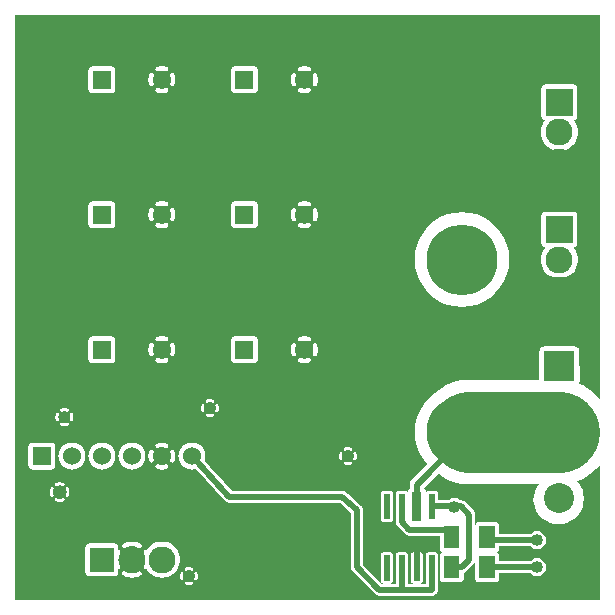
<source format=gtl>
G04 start of page 2 for group 0 idx 1 *
G04 Title: Motor regeling, signalt *
G04 Creator: pcb 20140316 *
G04 CreationDate: Sun 28 Feb 2016 01:10:26 PM GMT UTC *
G04 For: thba *
G04 Format: Gerber/RS-274X *
G04 PCB-Dimensions (mil): 1970.00 1970.00 *
G04 PCB-Coordinate-Origin: lower left *
%MOIN*%
%FSLAX25Y25*%
%LNTOP*%
%ADD28C,0.0380*%
%ADD27C,0.0300*%
%ADD26C,0.1575*%
%ADD25C,0.1181*%
%ADD24C,0.2362*%
%ADD23C,0.0450*%
%ADD22C,0.1419*%
%ADD21C,0.0400*%
%ADD20R,0.0300X0.0300*%
%ADD19R,0.0200X0.0200*%
%ADD18R,0.0512X0.0512*%
%ADD17C,0.0600*%
%ADD16C,0.1000*%
%ADD15C,0.0900*%
%ADD14C,0.2687*%
%ADD13C,0.0200*%
%ADD12C,0.0787*%
%ADD11C,0.0001*%
G54D11*G36*
X182490Y196000D02*X196000D01*
Y67945D01*
X194823Y69323D01*
X192744Y71099D01*
X190412Y72528D01*
X189009Y73109D01*
X189019Y73126D01*
X189122Y73373D01*
X189184Y73633D01*
X189200Y73900D01*
X189184Y84167D01*
X189122Y84427D01*
X189019Y84674D01*
X188880Y84902D01*
X188706Y85106D01*
X188502Y85280D01*
X188274Y85419D01*
X188027Y85522D01*
X187767Y85584D01*
X187500Y85600D01*
X182490Y85592D01*
Y108282D01*
X182500Y108281D01*
X183473Y108357D01*
X184422Y108585D01*
X185323Y108959D01*
X186156Y109469D01*
X186898Y110102D01*
X187531Y110844D01*
X188041Y111677D01*
X188415Y112578D01*
X188643Y113527D01*
X188700Y114500D01*
X188643Y115473D01*
X188415Y116422D01*
X188041Y117323D01*
X187531Y118156D01*
X187225Y118514D01*
X187235Y118514D01*
X187465Y118569D01*
X187683Y118659D01*
X187884Y118783D01*
X188064Y118936D01*
X188217Y119116D01*
X188341Y119317D01*
X188431Y119535D01*
X188486Y119765D01*
X188500Y120000D01*
X188486Y129235D01*
X188431Y129465D01*
X188341Y129683D01*
X188217Y129884D01*
X188064Y130064D01*
X187884Y130217D01*
X187683Y130341D01*
X187465Y130431D01*
X187235Y130486D01*
X187000Y130500D01*
X182490Y130493D01*
Y150782D01*
X182500Y150781D01*
X183473Y150857D01*
X184422Y151085D01*
X185323Y151459D01*
X186156Y151969D01*
X186898Y152602D01*
X187531Y153344D01*
X188041Y154177D01*
X188415Y155078D01*
X188643Y156027D01*
X188700Y157000D01*
X188643Y157973D01*
X188415Y158922D01*
X188041Y159823D01*
X187531Y160656D01*
X187225Y161014D01*
X187235Y161014D01*
X187465Y161069D01*
X187683Y161159D01*
X187884Y161283D01*
X188064Y161436D01*
X188217Y161616D01*
X188341Y161817D01*
X188431Y162035D01*
X188486Y162265D01*
X188500Y162500D01*
X188486Y171735D01*
X188431Y171965D01*
X188341Y172183D01*
X188217Y172384D01*
X188064Y172564D01*
X187884Y172717D01*
X187683Y172841D01*
X187465Y172931D01*
X187235Y172986D01*
X187000Y173000D01*
X182490Y172993D01*
Y196000D01*
G37*
G36*
X149976D02*X182490D01*
Y172993D01*
X177765Y172986D01*
X177535Y172931D01*
X177317Y172841D01*
X177116Y172717D01*
X176936Y172564D01*
X176783Y172384D01*
X176659Y172183D01*
X176569Y171965D01*
X176514Y171735D01*
X176500Y171500D01*
X176514Y162265D01*
X176569Y162035D01*
X176659Y161817D01*
X176783Y161616D01*
X176936Y161436D01*
X177116Y161283D01*
X177317Y161159D01*
X177535Y161069D01*
X177765Y161014D01*
X177774Y161013D01*
X177469Y160656D01*
X176959Y159823D01*
X176585Y158922D01*
X176357Y157973D01*
X176281Y157000D01*
X176357Y156027D01*
X176585Y155078D01*
X176959Y154177D01*
X177469Y153344D01*
X178102Y152602D01*
X178844Y151969D01*
X179677Y151459D01*
X180578Y151085D01*
X181527Y150857D01*
X182490Y150782D01*
Y130493D01*
X177765Y130486D01*
X177535Y130431D01*
X177317Y130341D01*
X177116Y130217D01*
X176936Y130064D01*
X176783Y129884D01*
X176659Y129683D01*
X176569Y129465D01*
X176514Y129235D01*
X176500Y129000D01*
X176514Y119765D01*
X176569Y119535D01*
X176659Y119317D01*
X176783Y119116D01*
X176936Y118936D01*
X177116Y118783D01*
X177317Y118659D01*
X177535Y118569D01*
X177765Y118514D01*
X177774Y118513D01*
X177469Y118156D01*
X176959Y117323D01*
X176585Y116422D01*
X176357Y115473D01*
X176281Y114500D01*
X176357Y113527D01*
X176585Y112578D01*
X176959Y111677D01*
X177469Y110844D01*
X178102Y110102D01*
X178844Y109469D01*
X179677Y108959D01*
X180578Y108585D01*
X181527Y108357D01*
X182490Y108282D01*
Y85592D01*
X177233Y85584D01*
X176973Y85522D01*
X176726Y85419D01*
X176498Y85280D01*
X176294Y85106D01*
X176120Y84902D01*
X175981Y84674D01*
X175878Y84427D01*
X175816Y84167D01*
X175800Y83900D01*
X175815Y74374D01*
X152500D01*
X149976Y74225D01*
Y98705D01*
X150000Y98703D01*
X152471Y98898D01*
X154881Y99477D01*
X157172Y100425D01*
X159285Y101720D01*
X161170Y103330D01*
X162780Y105215D01*
X164075Y107328D01*
X165023Y109619D01*
X165602Y112029D01*
X165748Y114500D01*
X165602Y116971D01*
X165023Y119381D01*
X164075Y121672D01*
X162780Y123785D01*
X161170Y125670D01*
X159285Y127280D01*
X157172Y128575D01*
X154881Y129523D01*
X152471Y130102D01*
X150000Y130297D01*
X149976Y130295D01*
Y196000D01*
G37*
G36*
X154449Y14050D02*X154459Y8040D01*
X154510Y7826D01*
X154595Y7622D01*
X154710Y7435D01*
X154853Y7267D01*
X155021Y7124D01*
X155208Y7009D01*
X155412Y6924D01*
X155626Y6873D01*
X155846Y6860D01*
X161184Y6873D01*
X161398Y6924D01*
X161602Y7009D01*
X161789Y7124D01*
X161957Y7267D01*
X162100Y7435D01*
X162215Y7622D01*
X162300Y7826D01*
X162351Y8040D01*
X162364Y8260D01*
X162361Y10000D01*
X172763D01*
X172872Y9872D01*
X173231Y9565D01*
X173634Y9319D01*
X174070Y9138D01*
X174529Y9028D01*
X175000Y8991D01*
X175471Y9028D01*
X175930Y9138D01*
X176366Y9319D01*
X176769Y9565D01*
X177128Y9872D01*
X177435Y10231D01*
X177681Y10634D01*
X177862Y11070D01*
X177972Y11529D01*
X178000Y12000D01*
X177972Y12471D01*
X177862Y12930D01*
X177681Y13366D01*
X177435Y13769D01*
X177128Y14128D01*
X176769Y14435D01*
X176366Y14681D01*
X175930Y14862D01*
X175471Y14972D01*
X175000Y15009D01*
X174529Y14972D01*
X174070Y14862D01*
X173634Y14681D01*
X173231Y14435D01*
X172872Y14128D01*
X172763Y14000D01*
X162354D01*
X162351Y15960D01*
X162300Y16174D01*
X162215Y16378D01*
X162100Y16565D01*
X161957Y16733D01*
X161789Y16876D01*
X161602Y16991D01*
X161580Y17000D01*
X161602Y17009D01*
X161789Y17124D01*
X161957Y17267D01*
X162100Y17435D01*
X162215Y17622D01*
X162300Y17826D01*
X162351Y18040D01*
X162364Y18260D01*
X162363Y19000D01*
X172763D01*
X172872Y18872D01*
X173231Y18565D01*
X173634Y18319D01*
X174070Y18138D01*
X174529Y18028D01*
X175000Y17991D01*
X175471Y18028D01*
X175930Y18138D01*
X176366Y18319D01*
X176769Y18565D01*
X177128Y18872D01*
X177435Y19231D01*
X177681Y19634D01*
X177862Y20070D01*
X177972Y20529D01*
X178000Y21000D01*
X177972Y21471D01*
X177862Y21930D01*
X177681Y22366D01*
X177435Y22769D01*
X177128Y23128D01*
X176769Y23435D01*
X176366Y23681D01*
X175930Y23862D01*
X175471Y23972D01*
X175000Y24009D01*
X174529Y23972D01*
X174070Y23862D01*
X173634Y23681D01*
X173231Y23435D01*
X172872Y23128D01*
X172763Y23000D01*
X162356D01*
X162351Y25960D01*
X162300Y26174D01*
X162215Y26378D01*
X162100Y26565D01*
X161957Y26733D01*
X161789Y26876D01*
X161602Y26991D01*
X161398Y27076D01*
X161184Y27127D01*
X160964Y27140D01*
X155626Y27127D01*
X155412Y27076D01*
X155208Y26991D01*
X155021Y26876D01*
X154853Y26733D01*
X154710Y26565D01*
X154595Y26378D01*
X154510Y26174D01*
X154500Y26131D01*
Y29422D01*
X154506Y29500D01*
X154481Y29814D01*
X154408Y30120D01*
X154288Y30411D01*
X154123Y30679D01*
X154123Y30679D01*
X153919Y30919D01*
X153859Y30970D01*
X151220Y33609D01*
X151169Y33669D01*
X150929Y33873D01*
X150929Y33873D01*
X150661Y34038D01*
X150370Y34158D01*
X150064Y34231D01*
X149976Y34238D01*
Y39775D01*
X152500Y39626D01*
X175673D01*
X175348Y39260D01*
X174684Y38177D01*
X174197Y37003D01*
X173901Y35767D01*
X173801Y34500D01*
X173901Y33233D01*
X174197Y31997D01*
X174684Y30823D01*
X175348Y29740D01*
X176173Y28773D01*
X177140Y27948D01*
X178223Y27284D01*
X179397Y26797D01*
X180633Y26501D01*
X181900Y26401D01*
X182200Y26425D01*
X182500Y26401D01*
X183767Y26501D01*
X185003Y26797D01*
X186177Y27284D01*
X187260Y27948D01*
X188227Y28773D01*
X189052Y29740D01*
X189716Y30823D01*
X190203Y31997D01*
X190499Y33233D01*
X190574Y34500D01*
Y34784D01*
X190599Y35100D01*
X190499Y36367D01*
X190203Y37603D01*
X189716Y38777D01*
X189052Y39860D01*
X188391Y40635D01*
X190412Y41472D01*
X192744Y42901D01*
X194823Y44677D01*
X196000Y46055D01*
Y1000D01*
X149976D01*
Y7122D01*
X149979Y7124D01*
X150147Y7267D01*
X150290Y7435D01*
X150405Y7622D01*
X150490Y7826D01*
X150541Y8040D01*
X150554Y8260D01*
X150551Y10075D01*
X150620Y10092D01*
X150911Y10212D01*
X151179Y10377D01*
X151419Y10581D01*
X151470Y10641D01*
X153859Y13030D01*
X153919Y13081D01*
X154123Y13320D01*
X154123Y13321D01*
X154288Y13589D01*
X154408Y13880D01*
X154449Y14050D01*
G37*
G36*
X149976Y1000D02*X125000D01*
Y2500D01*
X129922D01*
X130000Y2494D01*
X130078Y2500D01*
X139922D01*
X140000Y2494D01*
X140313Y2519D01*
X140314Y2519D01*
X140620Y2592D01*
X140911Y2712D01*
X141179Y2877D01*
X141419Y3081D01*
X141623Y3321D01*
X141788Y3589D01*
X141908Y3880D01*
X141981Y4186D01*
X142006Y4500D01*
X142000Y4578D01*
Y11750D01*
X141995Y11828D01*
X141991Y16157D01*
X141954Y16310D01*
X141894Y16455D01*
X141812Y16590D01*
X141709Y16709D01*
X141590Y16812D01*
X141455Y16894D01*
X141310Y16954D01*
X141157Y16991D01*
X141000Y17000D01*
X138843Y16991D01*
X138690Y16954D01*
X138545Y16894D01*
X138410Y16812D01*
X138291Y16709D01*
X138188Y16590D01*
X138106Y16455D01*
X138046Y16310D01*
X138009Y16157D01*
X138000Y16000D01*
X138004Y11826D01*
X138000Y11750D01*
Y6500D01*
X134000D01*
X136157Y6509D01*
X136310Y6546D01*
X136455Y6606D01*
X136590Y6688D01*
X136709Y6791D01*
X136812Y6910D01*
X136894Y7045D01*
X136954Y7190D01*
X136991Y7343D01*
X137000Y7500D01*
X136991Y16157D01*
X136954Y16310D01*
X136894Y16455D01*
X136812Y16590D01*
X136709Y16709D01*
X136590Y16812D01*
X136455Y16894D01*
X136310Y16954D01*
X136157Y16991D01*
X136000Y17000D01*
X133843Y16991D01*
X133690Y16954D01*
X133545Y16894D01*
X133410Y16812D01*
X133291Y16709D01*
X133188Y16590D01*
X133106Y16455D01*
X133046Y16310D01*
X133009Y16157D01*
X133000Y16000D01*
X133009Y7343D01*
X133046Y7190D01*
X133106Y7045D01*
X133188Y6910D01*
X133291Y6791D01*
X133410Y6688D01*
X133545Y6606D01*
X133690Y6546D01*
X133843Y6509D01*
X134000Y6500D01*
X132000D01*
Y11750D01*
X131995Y11828D01*
X131991Y16157D01*
X131954Y16310D01*
X131894Y16455D01*
X131812Y16590D01*
X131709Y16709D01*
X131590Y16812D01*
X131455Y16894D01*
X131310Y16954D01*
X131157Y16991D01*
X131000Y17000D01*
X128843Y16991D01*
X128690Y16954D01*
X128545Y16894D01*
X128410Y16812D01*
X128291Y16709D01*
X128188Y16590D01*
X128106Y16455D01*
X128046Y16310D01*
X128009Y16157D01*
X128000Y16000D01*
X128004Y11826D01*
X128000Y11750D01*
Y6500D01*
X125000D01*
Y6504D01*
X126157Y6509D01*
X126310Y6546D01*
X126455Y6606D01*
X126590Y6688D01*
X126709Y6791D01*
X126812Y6910D01*
X126894Y7045D01*
X126954Y7190D01*
X126991Y7343D01*
X127000Y7500D01*
X126991Y16157D01*
X126954Y16310D01*
X126894Y16455D01*
X126812Y16590D01*
X126709Y16709D01*
X126590Y16812D01*
X126455Y16894D01*
X126310Y16954D01*
X126157Y16991D01*
X126000Y17000D01*
X125000Y16996D01*
Y27004D01*
X126157Y27009D01*
X126310Y27046D01*
X126455Y27106D01*
X126590Y27188D01*
X126709Y27291D01*
X126812Y27410D01*
X126894Y27545D01*
X126954Y27690D01*
X126991Y27843D01*
X127000Y28000D01*
X126991Y36657D01*
X126954Y36810D01*
X126894Y36955D01*
X126812Y37090D01*
X126709Y37209D01*
X126590Y37312D01*
X126455Y37394D01*
X126310Y37454D01*
X126157Y37491D01*
X126000Y37500D01*
X125000Y37496D01*
Y196000D01*
X149976D01*
Y130295D01*
X147529Y130102D01*
X145119Y129523D01*
X142828Y128575D01*
X140715Y127280D01*
X138830Y125670D01*
X137220Y123785D01*
X135925Y121672D01*
X134977Y119381D01*
X134398Y116971D01*
X134203Y114500D01*
X134398Y112029D01*
X134977Y109619D01*
X135925Y107328D01*
X137220Y105215D01*
X138830Y103330D01*
X140715Y101720D01*
X142828Y100425D01*
X145119Y99477D01*
X147529Y98898D01*
X149976Y98705D01*
Y74225D01*
X149774Y74213D01*
X147115Y73575D01*
X144588Y72528D01*
X142256Y71099D01*
X140177Y69323D01*
X140167Y69312D01*
X138830Y68170D01*
X137220Y66285D01*
X135925Y64172D01*
X134977Y61881D01*
X134398Y59471D01*
X134203Y57000D01*
X134398Y54529D01*
X134977Y52119D01*
X135925Y49828D01*
X137220Y47715D01*
X138418Y46312D01*
X133369Y41264D01*
X133298Y41202D01*
X133052Y40915D01*
X132855Y40593D01*
X132710Y40244D01*
X132622Y39877D01*
X132622Y39876D01*
X132593Y39500D01*
X132600Y39406D01*
Y38325D01*
X132557Y38298D01*
X132365Y38135D01*
X132202Y37943D01*
X132070Y37729D01*
X131974Y37496D01*
X131915Y37251D01*
X131900Y37000D01*
X131900Y36940D01*
X131894Y36955D01*
X131812Y37090D01*
X131709Y37209D01*
X131590Y37312D01*
X131455Y37394D01*
X131310Y37454D01*
X131157Y37491D01*
X131000Y37500D01*
X128843Y37491D01*
X128690Y37454D01*
X128545Y37394D01*
X128410Y37312D01*
X128291Y37209D01*
X128188Y37090D01*
X128106Y36955D01*
X128046Y36810D01*
X128009Y36657D01*
X128000Y36500D01*
X128004Y32326D01*
X128000Y32250D01*
Y27078D01*
X127994Y27000D01*
X128019Y26686D01*
X128074Y26454D01*
X128092Y26380D01*
X128127Y26295D01*
X128212Y26089D01*
X128377Y25821D01*
X128377Y25821D01*
X128581Y25581D01*
X128641Y25530D01*
X131030Y23141D01*
X131081Y23081D01*
X131321Y22877D01*
X131321Y22877D01*
X131589Y22712D01*
X131880Y22592D01*
X132186Y22519D01*
X132500Y22494D01*
X132578Y22500D01*
X142641D01*
X142649Y18040D01*
X142700Y17826D01*
X142785Y17622D01*
X142900Y17435D01*
X143043Y17267D01*
X143211Y17124D01*
X143398Y17009D01*
X143420Y17000D01*
X143398Y16991D01*
X143211Y16876D01*
X143043Y16733D01*
X142900Y16565D01*
X142785Y16378D01*
X142700Y16174D01*
X142649Y15960D01*
X142636Y15740D01*
X142649Y8040D01*
X142700Y7826D01*
X142785Y7622D01*
X142900Y7435D01*
X143043Y7267D01*
X143211Y7124D01*
X143398Y7009D01*
X143602Y6924D01*
X143816Y6873D01*
X144036Y6860D01*
X149374Y6873D01*
X149588Y6924D01*
X149792Y7009D01*
X149976Y7122D01*
Y1000D01*
G37*
G36*
Y34238D02*X149750Y34256D01*
X149672Y34250D01*
X149485D01*
X149269Y34435D01*
X148866Y34681D01*
X148430Y34862D01*
X147971Y34972D01*
X147500Y35009D01*
X147029Y34972D01*
X146570Y34862D01*
X146134Y34681D01*
X145731Y34435D01*
X145515Y34250D01*
X141993D01*
X141991Y36657D01*
X141954Y36810D01*
X141894Y36955D01*
X141812Y37090D01*
X141709Y37209D01*
X141590Y37312D01*
X141455Y37394D01*
X141310Y37454D01*
X141157Y37491D01*
X141000Y37500D01*
X138843Y37491D01*
X138690Y37454D01*
X138545Y37394D01*
X138410Y37312D01*
X138291Y37209D01*
X138188Y37090D01*
X138106Y36955D01*
X138086Y36906D01*
X138085Y37251D01*
X138026Y37496D01*
X137930Y37729D01*
X137798Y37943D01*
X137635Y38135D01*
X137443Y38298D01*
X137400Y38325D01*
Y38506D01*
X142007Y43113D01*
X142256Y42901D01*
X144588Y41472D01*
X147115Y40425D01*
X149774Y39787D01*
X149976Y39775D01*
Y34238D01*
G37*
G36*
X125000Y6500D02*X124000D01*
X125000Y6504D01*
Y6500D01*
G37*
G36*
X114409Y196000D02*X125000D01*
Y37496D01*
X123843Y37491D01*
X123690Y37454D01*
X123545Y37394D01*
X123410Y37312D01*
X123291Y37209D01*
X123188Y37090D01*
X123106Y36955D01*
X123046Y36810D01*
X123009Y36657D01*
X123000Y36500D01*
X123009Y27843D01*
X123046Y27690D01*
X123106Y27545D01*
X123188Y27410D01*
X123291Y27291D01*
X123410Y27188D01*
X123545Y27106D01*
X123690Y27046D01*
X123843Y27009D01*
X124000Y27000D01*
X125000Y27004D01*
Y16996D01*
X123843Y16991D01*
X123690Y16954D01*
X123545Y16894D01*
X123410Y16812D01*
X123291Y16709D01*
X123188Y16590D01*
X123106Y16455D01*
X123046Y16310D01*
X123009Y16157D01*
X123000Y16000D01*
X123009Y7343D01*
X123046Y7190D01*
X123106Y7045D01*
X123188Y6910D01*
X123291Y6791D01*
X123410Y6688D01*
X123545Y6606D01*
X123690Y6546D01*
X123843Y6509D01*
X124000Y6500D01*
X123328D01*
X117000Y12828D01*
Y30975D01*
X117003Y31105D01*
X116986Y31238D01*
X116981Y31314D01*
X116969Y31365D01*
X116962Y31418D01*
X116932Y31518D01*
X116908Y31620D01*
X116888Y31669D01*
X116873Y31719D01*
X116828Y31814D01*
X116788Y31911D01*
X116760Y31956D01*
X116737Y32003D01*
X116678Y32090D01*
X116623Y32179D01*
X116589Y32219D01*
X116559Y32263D01*
X116505Y32317D01*
X116419Y32419D01*
X116319Y32504D01*
X114409Y34223D01*
Y47569D01*
X114437Y47573D01*
X114512Y47598D01*
X114582Y47634D01*
X114645Y47681D01*
X114700Y47737D01*
X114746Y47801D01*
X114780Y47872D01*
X114879Y48144D01*
X114948Y48425D01*
X114990Y48711D01*
X115003Y49000D01*
X114990Y49289D01*
X114948Y49575D01*
X114879Y49856D01*
X114783Y50129D01*
X114748Y50200D01*
X114702Y50264D01*
X114647Y50321D01*
X114583Y50368D01*
X114513Y50404D01*
X114438Y50429D01*
X114409Y50434D01*
Y196000D01*
G37*
G36*
X112001D02*X114409D01*
Y50434D01*
X114360Y50442D01*
X114281Y50442D01*
X114203Y50431D01*
X114127Y50407D01*
X114056Y50371D01*
X113992Y50325D01*
X113936Y50270D01*
X113889Y50206D01*
X113853Y50136D01*
X113828Y50061D01*
X113815Y49983D01*
X113814Y49904D01*
X113826Y49826D01*
X113851Y49751D01*
X113917Y49570D01*
X113963Y49383D01*
X113991Y49192D01*
X114000Y49000D01*
X113991Y48808D01*
X113963Y48617D01*
X113917Y48430D01*
X113853Y48248D01*
X113828Y48174D01*
X113816Y48096D01*
X113817Y48017D01*
X113830Y47940D01*
X113855Y47865D01*
X113891Y47795D01*
X113938Y47732D01*
X113994Y47676D01*
X114058Y47631D01*
X114128Y47595D01*
X114203Y47572D01*
X114281Y47560D01*
X114360Y47560D01*
X114409Y47569D01*
Y34223D01*
X112001Y36390D01*
Y45997D01*
X112289Y46010D01*
X112575Y46052D01*
X112856Y46121D01*
X113129Y46217D01*
X113200Y46252D01*
X113264Y46298D01*
X113321Y46353D01*
X113368Y46417D01*
X113404Y46487D01*
X113429Y46562D01*
X113442Y46640D01*
X113442Y46719D01*
X113431Y46797D01*
X113407Y46873D01*
X113371Y46944D01*
X113325Y47008D01*
X113270Y47064D01*
X113206Y47111D01*
X113136Y47147D01*
X113061Y47172D01*
X112983Y47185D01*
X112904Y47186D01*
X112826Y47174D01*
X112751Y47149D01*
X112570Y47083D01*
X112383Y47037D01*
X112192Y47009D01*
X112001Y47000D01*
Y51000D01*
X112192Y50991D01*
X112383Y50963D01*
X112570Y50917D01*
X112752Y50853D01*
X112826Y50828D01*
X112904Y50816D01*
X112983Y50817D01*
X113060Y50830D01*
X113135Y50855D01*
X113205Y50891D01*
X113268Y50938D01*
X113324Y50994D01*
X113369Y51058D01*
X113405Y51128D01*
X113428Y51203D01*
X113440Y51281D01*
X113440Y51360D01*
X113427Y51437D01*
X113402Y51512D01*
X113366Y51582D01*
X113319Y51645D01*
X113263Y51700D01*
X113199Y51746D01*
X113128Y51780D01*
X112856Y51879D01*
X112575Y51948D01*
X112289Y51990D01*
X112001Y52003D01*
Y196000D01*
G37*
G36*
X109591D02*X112001D01*
Y52003D01*
X112000Y52003D01*
X111711Y51990D01*
X111425Y51948D01*
X111144Y51879D01*
X110871Y51783D01*
X110800Y51748D01*
X110736Y51702D01*
X110679Y51647D01*
X110632Y51583D01*
X110596Y51513D01*
X110571Y51438D01*
X110558Y51360D01*
X110558Y51281D01*
X110569Y51203D01*
X110593Y51127D01*
X110629Y51056D01*
X110675Y50992D01*
X110730Y50936D01*
X110794Y50889D01*
X110864Y50853D01*
X110939Y50828D01*
X111017Y50815D01*
X111096Y50814D01*
X111174Y50826D01*
X111249Y50851D01*
X111430Y50917D01*
X111617Y50963D01*
X111808Y50991D01*
X112000Y51000D01*
X112001Y51000D01*
Y47000D01*
X112000Y47000D01*
X111808Y47009D01*
X111617Y47037D01*
X111430Y47083D01*
X111248Y47147D01*
X111174Y47172D01*
X111096Y47184D01*
X111017Y47183D01*
X110940Y47170D01*
X110865Y47145D01*
X110795Y47109D01*
X110732Y47062D01*
X110676Y47006D01*
X110631Y46942D01*
X110595Y46872D01*
X110572Y46797D01*
X110560Y46719D01*
X110560Y46640D01*
X110573Y46563D01*
X110598Y46488D01*
X110634Y46418D01*
X110681Y46355D01*
X110737Y46300D01*
X110801Y46254D01*
X110872Y46220D01*
X111144Y46121D01*
X111425Y46052D01*
X111711Y46010D01*
X112000Y45997D01*
X112001Y45997D01*
Y36390D01*
X111435Y36899D01*
X111419Y36919D01*
X111179Y37123D01*
X111127Y37155D01*
X111092Y37183D01*
X111000Y37233D01*
X110911Y37288D01*
X110862Y37308D01*
X110816Y37333D01*
X110717Y37368D01*
X110620Y37408D01*
X110569Y37420D01*
X110519Y37438D01*
X110416Y37457D01*
X110314Y37481D01*
X110269Y37484D01*
X110209Y37495D01*
X109895Y37503D01*
X109869Y37500D01*
X109591D01*
Y47566D01*
X109640Y47558D01*
X109719Y47558D01*
X109797Y47569D01*
X109873Y47593D01*
X109944Y47629D01*
X110008Y47675D01*
X110064Y47730D01*
X110111Y47794D01*
X110147Y47864D01*
X110172Y47939D01*
X110185Y48017D01*
X110186Y48096D01*
X110174Y48174D01*
X110149Y48249D01*
X110083Y48430D01*
X110037Y48617D01*
X110009Y48808D01*
X110000Y49000D01*
X110009Y49192D01*
X110037Y49383D01*
X110083Y49570D01*
X110147Y49752D01*
X110172Y49826D01*
X110184Y49904D01*
X110183Y49983D01*
X110170Y50060D01*
X110145Y50135D01*
X110109Y50205D01*
X110062Y50268D01*
X110006Y50324D01*
X109942Y50369D01*
X109872Y50405D01*
X109797Y50428D01*
X109719Y50440D01*
X109640Y50440D01*
X109591Y50431D01*
Y196000D01*
G37*
G36*
X101113D02*X109591D01*
Y50431D01*
X109563Y50427D01*
X109488Y50402D01*
X109418Y50366D01*
X109355Y50319D01*
X109300Y50263D01*
X109254Y50199D01*
X109220Y50128D01*
X109121Y49856D01*
X109052Y49575D01*
X109010Y49289D01*
X108997Y49000D01*
X109010Y48711D01*
X109052Y48425D01*
X109121Y48144D01*
X109217Y47871D01*
X109252Y47800D01*
X109298Y47736D01*
X109353Y47679D01*
X109417Y47632D01*
X109487Y47596D01*
X109562Y47571D01*
X109591Y47566D01*
Y37500D01*
X101113D01*
Y82353D01*
X101156Y82360D01*
X101268Y82397D01*
X101373Y82452D01*
X101468Y82522D01*
X101551Y82606D01*
X101619Y82702D01*
X101670Y82808D01*
X101818Y83216D01*
X101922Y83637D01*
X101984Y84067D01*
X102005Y84500D01*
X101984Y84933D01*
X101922Y85363D01*
X101818Y85784D01*
X101675Y86194D01*
X101622Y86300D01*
X101553Y86396D01*
X101470Y86481D01*
X101375Y86551D01*
X101269Y86606D01*
X101157Y86643D01*
X101113Y86651D01*
Y127353D01*
X101156Y127360D01*
X101268Y127397D01*
X101373Y127452D01*
X101468Y127522D01*
X101551Y127606D01*
X101619Y127702D01*
X101670Y127808D01*
X101818Y128216D01*
X101922Y128637D01*
X101984Y129067D01*
X102005Y129500D01*
X101984Y129933D01*
X101922Y130363D01*
X101818Y130784D01*
X101675Y131194D01*
X101622Y131300D01*
X101553Y131396D01*
X101470Y131481D01*
X101375Y131551D01*
X101269Y131606D01*
X101157Y131643D01*
X101113Y131651D01*
Y172353D01*
X101156Y172360D01*
X101268Y172397D01*
X101373Y172452D01*
X101468Y172522D01*
X101551Y172606D01*
X101619Y172702D01*
X101670Y172808D01*
X101818Y173216D01*
X101922Y173637D01*
X101984Y174067D01*
X102005Y174500D01*
X101984Y174933D01*
X101922Y175363D01*
X101818Y175784D01*
X101675Y176194D01*
X101622Y176300D01*
X101553Y176396D01*
X101470Y176481D01*
X101375Y176551D01*
X101269Y176606D01*
X101157Y176643D01*
X101113Y176651D01*
Y196000D01*
G37*
G36*
X97502D02*X101113D01*
Y176651D01*
X101040Y176663D01*
X100921Y176664D01*
X100804Y176646D01*
X100691Y176610D01*
X100585Y176557D01*
X100488Y176488D01*
X100404Y176405D01*
X100333Y176309D01*
X100279Y176204D01*
X100241Y176092D01*
X100222Y175975D01*
X100221Y175856D01*
X100239Y175739D01*
X100277Y175626D01*
X100376Y175355D01*
X100444Y175075D01*
X100486Y174789D01*
X100500Y174500D01*
X100486Y174211D01*
X100444Y173925D01*
X100376Y173645D01*
X100280Y173372D01*
X100242Y173261D01*
X100225Y173144D01*
X100225Y173026D01*
X100245Y172909D01*
X100282Y172797D01*
X100336Y172693D01*
X100406Y172598D01*
X100491Y172515D01*
X100587Y172446D01*
X100692Y172393D01*
X100805Y172357D01*
X100921Y172340D01*
X101039Y172341D01*
X101113Y172353D01*
Y131651D01*
X101040Y131663D01*
X100921Y131664D01*
X100804Y131646D01*
X100691Y131610D01*
X100585Y131557D01*
X100488Y131488D01*
X100404Y131405D01*
X100333Y131309D01*
X100279Y131204D01*
X100241Y131092D01*
X100222Y130975D01*
X100221Y130856D01*
X100239Y130739D01*
X100277Y130626D01*
X100376Y130355D01*
X100444Y130075D01*
X100486Y129789D01*
X100500Y129500D01*
X100486Y129211D01*
X100444Y128925D01*
X100376Y128645D01*
X100280Y128372D01*
X100242Y128261D01*
X100225Y128144D01*
X100225Y128026D01*
X100245Y127909D01*
X100282Y127797D01*
X100336Y127693D01*
X100406Y127598D01*
X100491Y127515D01*
X100587Y127446D01*
X100692Y127393D01*
X100805Y127357D01*
X100921Y127340D01*
X101039Y127341D01*
X101113Y127353D01*
Y86651D01*
X101040Y86663D01*
X100921Y86664D01*
X100804Y86646D01*
X100691Y86610D01*
X100585Y86557D01*
X100488Y86488D01*
X100404Y86405D01*
X100333Y86309D01*
X100279Y86204D01*
X100241Y86092D01*
X100222Y85975D01*
X100221Y85856D01*
X100239Y85739D01*
X100277Y85626D01*
X100376Y85355D01*
X100444Y85075D01*
X100486Y84789D01*
X100500Y84500D01*
X100486Y84211D01*
X100444Y83925D01*
X100376Y83645D01*
X100280Y83372D01*
X100242Y83261D01*
X100225Y83144D01*
X100225Y83026D01*
X100245Y82909D01*
X100282Y82797D01*
X100336Y82693D01*
X100406Y82598D01*
X100491Y82515D01*
X100587Y82446D01*
X100692Y82393D01*
X100805Y82357D01*
X100921Y82340D01*
X101039Y82341D01*
X101113Y82353D01*
Y37500D01*
X97502D01*
Y79995D01*
X97933Y80016D01*
X98363Y80078D01*
X98784Y80182D01*
X99194Y80325D01*
X99300Y80378D01*
X99396Y80447D01*
X99481Y80530D01*
X99551Y80625D01*
X99606Y80731D01*
X99643Y80843D01*
X99663Y80960D01*
X99664Y81079D01*
X99646Y81196D01*
X99610Y81309D01*
X99557Y81415D01*
X99488Y81512D01*
X99405Y81596D01*
X99309Y81667D01*
X99204Y81721D01*
X99092Y81759D01*
X98975Y81778D01*
X98856Y81779D01*
X98739Y81761D01*
X98626Y81723D01*
X98355Y81624D01*
X98075Y81556D01*
X97789Y81514D01*
X97502Y81500D01*
Y87500D01*
X97789Y87486D01*
X98075Y87444D01*
X98355Y87376D01*
X98628Y87280D01*
X98739Y87242D01*
X98856Y87225D01*
X98974Y87225D01*
X99091Y87245D01*
X99203Y87282D01*
X99307Y87336D01*
X99402Y87406D01*
X99485Y87491D01*
X99554Y87587D01*
X99607Y87692D01*
X99643Y87805D01*
X99660Y87921D01*
X99659Y88039D01*
X99640Y88156D01*
X99603Y88268D01*
X99548Y88373D01*
X99478Y88468D01*
X99394Y88551D01*
X99298Y88619D01*
X99192Y88670D01*
X98784Y88818D01*
X98363Y88922D01*
X97933Y88984D01*
X97502Y89005D01*
Y124995D01*
X97933Y125016D01*
X98363Y125078D01*
X98784Y125182D01*
X99194Y125325D01*
X99300Y125378D01*
X99396Y125447D01*
X99481Y125530D01*
X99551Y125625D01*
X99606Y125731D01*
X99643Y125843D01*
X99663Y125960D01*
X99664Y126079D01*
X99646Y126196D01*
X99610Y126309D01*
X99557Y126415D01*
X99488Y126512D01*
X99405Y126596D01*
X99309Y126667D01*
X99204Y126721D01*
X99092Y126759D01*
X98975Y126778D01*
X98856Y126779D01*
X98739Y126761D01*
X98626Y126723D01*
X98355Y126624D01*
X98075Y126556D01*
X97789Y126514D01*
X97502Y126500D01*
Y132500D01*
X97789Y132486D01*
X98075Y132444D01*
X98355Y132376D01*
X98628Y132280D01*
X98739Y132242D01*
X98856Y132225D01*
X98974Y132225D01*
X99091Y132245D01*
X99203Y132282D01*
X99307Y132336D01*
X99402Y132406D01*
X99485Y132491D01*
X99554Y132587D01*
X99607Y132692D01*
X99643Y132805D01*
X99660Y132921D01*
X99659Y133039D01*
X99640Y133156D01*
X99603Y133268D01*
X99548Y133373D01*
X99478Y133468D01*
X99394Y133551D01*
X99298Y133619D01*
X99192Y133670D01*
X98784Y133818D01*
X98363Y133922D01*
X97933Y133984D01*
X97502Y134005D01*
Y169995D01*
X97933Y170016D01*
X98363Y170078D01*
X98784Y170182D01*
X99194Y170325D01*
X99300Y170378D01*
X99396Y170447D01*
X99481Y170530D01*
X99551Y170625D01*
X99606Y170731D01*
X99643Y170843D01*
X99663Y170960D01*
X99664Y171079D01*
X99646Y171196D01*
X99610Y171309D01*
X99557Y171415D01*
X99488Y171512D01*
X99405Y171596D01*
X99309Y171667D01*
X99204Y171721D01*
X99092Y171759D01*
X98975Y171778D01*
X98856Y171779D01*
X98739Y171761D01*
X98626Y171723D01*
X98355Y171624D01*
X98075Y171556D01*
X97789Y171514D01*
X97502Y171500D01*
Y177500D01*
X97789Y177486D01*
X98075Y177444D01*
X98355Y177376D01*
X98628Y177280D01*
X98739Y177242D01*
X98856Y177225D01*
X98974Y177225D01*
X99091Y177245D01*
X99203Y177282D01*
X99307Y177336D01*
X99402Y177406D01*
X99485Y177491D01*
X99554Y177587D01*
X99607Y177692D01*
X99643Y177805D01*
X99660Y177921D01*
X99659Y178039D01*
X99640Y178156D01*
X99603Y178268D01*
X99548Y178373D01*
X99478Y178468D01*
X99394Y178551D01*
X99298Y178619D01*
X99192Y178670D01*
X98784Y178818D01*
X98363Y178922D01*
X97933Y178984D01*
X97502Y179005D01*
Y196000D01*
G37*
G36*
X93887D02*X97502D01*
Y179005D01*
X97500Y179005D01*
X97067Y178984D01*
X96637Y178922D01*
X96216Y178818D01*
X95806Y178675D01*
X95700Y178622D01*
X95604Y178553D01*
X95519Y178470D01*
X95449Y178375D01*
X95394Y178269D01*
X95357Y178157D01*
X95337Y178040D01*
X95336Y177921D01*
X95354Y177804D01*
X95390Y177691D01*
X95443Y177585D01*
X95512Y177488D01*
X95595Y177404D01*
X95691Y177333D01*
X95796Y177279D01*
X95908Y177241D01*
X96025Y177222D01*
X96144Y177221D01*
X96261Y177239D01*
X96374Y177277D01*
X96645Y177376D01*
X96925Y177444D01*
X97211Y177486D01*
X97500Y177500D01*
X97502Y177500D01*
Y171500D01*
X97500Y171500D01*
X97211Y171514D01*
X96925Y171556D01*
X96645Y171624D01*
X96372Y171720D01*
X96261Y171758D01*
X96144Y171775D01*
X96026Y171775D01*
X95909Y171755D01*
X95797Y171718D01*
X95693Y171664D01*
X95598Y171594D01*
X95515Y171509D01*
X95446Y171413D01*
X95393Y171308D01*
X95357Y171195D01*
X95340Y171079D01*
X95341Y170961D01*
X95360Y170844D01*
X95397Y170732D01*
X95452Y170627D01*
X95522Y170532D01*
X95606Y170449D01*
X95702Y170381D01*
X95808Y170330D01*
X96216Y170182D01*
X96637Y170078D01*
X97067Y170016D01*
X97500Y169995D01*
X97502Y169995D01*
Y134005D01*
X97500Y134005D01*
X97067Y133984D01*
X96637Y133922D01*
X96216Y133818D01*
X95806Y133675D01*
X95700Y133622D01*
X95604Y133553D01*
X95519Y133470D01*
X95449Y133375D01*
X95394Y133269D01*
X95357Y133157D01*
X95337Y133040D01*
X95336Y132921D01*
X95354Y132804D01*
X95390Y132691D01*
X95443Y132585D01*
X95512Y132488D01*
X95595Y132404D01*
X95691Y132333D01*
X95796Y132279D01*
X95908Y132241D01*
X96025Y132222D01*
X96144Y132221D01*
X96261Y132239D01*
X96374Y132277D01*
X96645Y132376D01*
X96925Y132444D01*
X97211Y132486D01*
X97500Y132500D01*
X97502Y132500D01*
Y126500D01*
X97500Y126500D01*
X97211Y126514D01*
X96925Y126556D01*
X96645Y126624D01*
X96372Y126720D01*
X96261Y126758D01*
X96144Y126775D01*
X96026Y126775D01*
X95909Y126755D01*
X95797Y126718D01*
X95693Y126664D01*
X95598Y126594D01*
X95515Y126509D01*
X95446Y126413D01*
X95393Y126308D01*
X95357Y126195D01*
X95340Y126079D01*
X95341Y125961D01*
X95360Y125844D01*
X95397Y125732D01*
X95452Y125627D01*
X95522Y125532D01*
X95606Y125449D01*
X95702Y125381D01*
X95808Y125330D01*
X96216Y125182D01*
X96637Y125078D01*
X97067Y125016D01*
X97500Y124995D01*
X97502Y124995D01*
Y89005D01*
X97500Y89005D01*
X97067Y88984D01*
X96637Y88922D01*
X96216Y88818D01*
X95806Y88675D01*
X95700Y88622D01*
X95604Y88553D01*
X95519Y88470D01*
X95449Y88375D01*
X95394Y88269D01*
X95357Y88157D01*
X95337Y88040D01*
X95336Y87921D01*
X95354Y87804D01*
X95390Y87691D01*
X95443Y87585D01*
X95512Y87488D01*
X95595Y87404D01*
X95691Y87333D01*
X95796Y87279D01*
X95908Y87241D01*
X96025Y87222D01*
X96144Y87221D01*
X96261Y87239D01*
X96374Y87277D01*
X96645Y87376D01*
X96925Y87444D01*
X97211Y87486D01*
X97500Y87500D01*
X97502Y87500D01*
Y81500D01*
X97500Y81500D01*
X97211Y81514D01*
X96925Y81556D01*
X96645Y81624D01*
X96372Y81720D01*
X96261Y81758D01*
X96144Y81775D01*
X96026Y81775D01*
X95909Y81755D01*
X95797Y81718D01*
X95693Y81664D01*
X95598Y81594D01*
X95515Y81509D01*
X95446Y81413D01*
X95393Y81308D01*
X95357Y81195D01*
X95340Y81079D01*
X95341Y80961D01*
X95360Y80844D01*
X95397Y80732D01*
X95452Y80627D01*
X95522Y80532D01*
X95606Y80449D01*
X95702Y80381D01*
X95808Y80330D01*
X96216Y80182D01*
X96637Y80078D01*
X97067Y80016D01*
X97500Y79995D01*
X97502Y79995D01*
Y37500D01*
X93887D01*
Y82349D01*
X93960Y82337D01*
X94079Y82336D01*
X94196Y82354D01*
X94309Y82390D01*
X94415Y82443D01*
X94512Y82512D01*
X94596Y82595D01*
X94667Y82691D01*
X94721Y82796D01*
X94759Y82908D01*
X94778Y83025D01*
X94779Y83144D01*
X94761Y83261D01*
X94723Y83374D01*
X94624Y83645D01*
X94556Y83925D01*
X94514Y84211D01*
X94500Y84500D01*
X94514Y84789D01*
X94556Y85075D01*
X94624Y85355D01*
X94720Y85628D01*
X94758Y85739D01*
X94775Y85856D01*
X94775Y85974D01*
X94755Y86091D01*
X94718Y86203D01*
X94664Y86307D01*
X94594Y86402D01*
X94509Y86485D01*
X94413Y86554D01*
X94308Y86607D01*
X94195Y86643D01*
X94079Y86660D01*
X93961Y86659D01*
X93887Y86647D01*
Y127349D01*
X93960Y127337D01*
X94079Y127336D01*
X94196Y127354D01*
X94309Y127390D01*
X94415Y127443D01*
X94512Y127512D01*
X94596Y127595D01*
X94667Y127691D01*
X94721Y127796D01*
X94759Y127908D01*
X94778Y128025D01*
X94779Y128144D01*
X94761Y128261D01*
X94723Y128374D01*
X94624Y128645D01*
X94556Y128925D01*
X94514Y129211D01*
X94500Y129500D01*
X94514Y129789D01*
X94556Y130075D01*
X94624Y130355D01*
X94720Y130628D01*
X94758Y130739D01*
X94775Y130856D01*
X94775Y130974D01*
X94755Y131091D01*
X94718Y131203D01*
X94664Y131307D01*
X94594Y131402D01*
X94509Y131485D01*
X94413Y131554D01*
X94308Y131607D01*
X94195Y131643D01*
X94079Y131660D01*
X93961Y131659D01*
X93887Y131647D01*
Y172349D01*
X93960Y172337D01*
X94079Y172336D01*
X94196Y172354D01*
X94309Y172390D01*
X94415Y172443D01*
X94512Y172512D01*
X94596Y172595D01*
X94667Y172691D01*
X94721Y172796D01*
X94759Y172908D01*
X94778Y173025D01*
X94779Y173144D01*
X94761Y173261D01*
X94723Y173374D01*
X94624Y173645D01*
X94556Y173925D01*
X94514Y174211D01*
X94500Y174500D01*
X94514Y174789D01*
X94556Y175075D01*
X94624Y175355D01*
X94720Y175628D01*
X94758Y175739D01*
X94775Y175856D01*
X94775Y175974D01*
X94755Y176091D01*
X94718Y176203D01*
X94664Y176307D01*
X94594Y176402D01*
X94509Y176485D01*
X94413Y176554D01*
X94308Y176607D01*
X94195Y176643D01*
X94079Y176660D01*
X93961Y176659D01*
X93887Y176647D01*
Y196000D01*
G37*
G36*
X77500D02*X93887D01*
Y176647D01*
X93844Y176640D01*
X93732Y176603D01*
X93627Y176548D01*
X93532Y176478D01*
X93449Y176394D01*
X93381Y176298D01*
X93330Y176192D01*
X93182Y175784D01*
X93078Y175363D01*
X93016Y174933D01*
X92995Y174500D01*
X93016Y174067D01*
X93078Y173637D01*
X93182Y173216D01*
X93325Y172806D01*
X93378Y172700D01*
X93447Y172604D01*
X93530Y172519D01*
X93625Y172449D01*
X93731Y172394D01*
X93843Y172357D01*
X93887Y172349D01*
Y131647D01*
X93844Y131640D01*
X93732Y131603D01*
X93627Y131548D01*
X93532Y131478D01*
X93449Y131394D01*
X93381Y131298D01*
X93330Y131192D01*
X93182Y130784D01*
X93078Y130363D01*
X93016Y129933D01*
X92995Y129500D01*
X93016Y129067D01*
X93078Y128637D01*
X93182Y128216D01*
X93325Y127806D01*
X93378Y127700D01*
X93447Y127604D01*
X93530Y127519D01*
X93625Y127449D01*
X93731Y127394D01*
X93843Y127357D01*
X93887Y127349D01*
Y86647D01*
X93844Y86640D01*
X93732Y86603D01*
X93627Y86548D01*
X93532Y86478D01*
X93449Y86394D01*
X93381Y86298D01*
X93330Y86192D01*
X93182Y85784D01*
X93078Y85363D01*
X93016Y84933D01*
X92995Y84500D01*
X93016Y84067D01*
X93078Y83637D01*
X93182Y83216D01*
X93325Y82806D01*
X93378Y82700D01*
X93447Y82604D01*
X93530Y82519D01*
X93625Y82449D01*
X93731Y82394D01*
X93843Y82357D01*
X93887Y82349D01*
Y37500D01*
X77500D01*
Y80007D01*
X80735Y80014D01*
X80965Y80069D01*
X81183Y80159D01*
X81384Y80283D01*
X81564Y80436D01*
X81717Y80616D01*
X81841Y80817D01*
X81931Y81035D01*
X81986Y81265D01*
X82000Y81500D01*
X81986Y87735D01*
X81931Y87965D01*
X81841Y88183D01*
X81717Y88384D01*
X81564Y88564D01*
X81384Y88717D01*
X81183Y88841D01*
X80965Y88931D01*
X80735Y88986D01*
X80500Y89000D01*
X77500Y88993D01*
Y125007D01*
X80735Y125014D01*
X80965Y125069D01*
X81183Y125159D01*
X81384Y125283D01*
X81564Y125436D01*
X81717Y125616D01*
X81841Y125817D01*
X81931Y126035D01*
X81986Y126265D01*
X82000Y126500D01*
X81986Y132735D01*
X81931Y132965D01*
X81841Y133183D01*
X81717Y133384D01*
X81564Y133564D01*
X81384Y133717D01*
X81183Y133841D01*
X80965Y133931D01*
X80735Y133986D01*
X80500Y134000D01*
X77500Y133993D01*
Y170007D01*
X80735Y170014D01*
X80965Y170069D01*
X81183Y170159D01*
X81384Y170283D01*
X81564Y170436D01*
X81717Y170616D01*
X81841Y170817D01*
X81931Y171035D01*
X81986Y171265D01*
X82000Y171500D01*
X81986Y177735D01*
X81931Y177965D01*
X81841Y178183D01*
X81717Y178384D01*
X81564Y178564D01*
X81384Y178717D01*
X81183Y178841D01*
X80965Y178931D01*
X80735Y178986D01*
X80500Y179000D01*
X77500Y178993D01*
Y196000D01*
G37*
G36*
X68409D02*X77500D01*
Y178993D01*
X74265Y178986D01*
X74035Y178931D01*
X73817Y178841D01*
X73616Y178717D01*
X73436Y178564D01*
X73283Y178384D01*
X73159Y178183D01*
X73069Y177965D01*
X73014Y177735D01*
X73000Y177500D01*
X73014Y171265D01*
X73069Y171035D01*
X73159Y170817D01*
X73283Y170616D01*
X73436Y170436D01*
X73616Y170283D01*
X73817Y170159D01*
X74035Y170069D01*
X74265Y170014D01*
X74500Y170000D01*
X77500Y170007D01*
Y133993D01*
X74265Y133986D01*
X74035Y133931D01*
X73817Y133841D01*
X73616Y133717D01*
X73436Y133564D01*
X73283Y133384D01*
X73159Y133183D01*
X73069Y132965D01*
X73014Y132735D01*
X73000Y132500D01*
X73014Y126265D01*
X73069Y126035D01*
X73159Y125817D01*
X73283Y125616D01*
X73436Y125436D01*
X73616Y125283D01*
X73817Y125159D01*
X74035Y125069D01*
X74265Y125014D01*
X74500Y125000D01*
X77500Y125007D01*
Y88993D01*
X74265Y88986D01*
X74035Y88931D01*
X73817Y88841D01*
X73616Y88717D01*
X73436Y88564D01*
X73283Y88384D01*
X73159Y88183D01*
X73069Y87965D01*
X73014Y87735D01*
X73000Y87500D01*
X73014Y81265D01*
X73069Y81035D01*
X73159Y80817D01*
X73283Y80616D01*
X73436Y80436D01*
X73616Y80283D01*
X73817Y80159D01*
X74035Y80069D01*
X74265Y80014D01*
X74500Y80000D01*
X77500Y80007D01*
Y37500D01*
X73374D01*
X68409Y42862D01*
Y63569D01*
X68437Y63573D01*
X68512Y63598D01*
X68582Y63634D01*
X68645Y63681D01*
X68700Y63737D01*
X68746Y63801D01*
X68780Y63872D01*
X68879Y64144D01*
X68948Y64425D01*
X68990Y64711D01*
X69003Y65000D01*
X68990Y65289D01*
X68948Y65575D01*
X68879Y65856D01*
X68783Y66129D01*
X68748Y66200D01*
X68702Y66264D01*
X68647Y66321D01*
X68583Y66368D01*
X68513Y66404D01*
X68438Y66429D01*
X68409Y66434D01*
Y196000D01*
G37*
G36*
X66001D02*X68409D01*
Y66434D01*
X68360Y66442D01*
X68281Y66442D01*
X68203Y66431D01*
X68127Y66407D01*
X68056Y66371D01*
X67992Y66325D01*
X67936Y66270D01*
X67889Y66206D01*
X67853Y66136D01*
X67828Y66061D01*
X67815Y65983D01*
X67814Y65904D01*
X67826Y65826D01*
X67851Y65751D01*
X67917Y65570D01*
X67963Y65383D01*
X67991Y65192D01*
X68000Y65000D01*
X67991Y64808D01*
X67963Y64617D01*
X67917Y64430D01*
X67853Y64248D01*
X67828Y64174D01*
X67816Y64096D01*
X67817Y64017D01*
X67830Y63940D01*
X67855Y63865D01*
X67891Y63795D01*
X67938Y63732D01*
X67994Y63676D01*
X68058Y63631D01*
X68128Y63595D01*
X68203Y63572D01*
X68281Y63560D01*
X68360Y63560D01*
X68409Y63569D01*
Y42862D01*
X66001Y45462D01*
Y61997D01*
X66289Y62010D01*
X66575Y62052D01*
X66856Y62121D01*
X67129Y62217D01*
X67200Y62252D01*
X67264Y62298D01*
X67321Y62353D01*
X67368Y62417D01*
X67404Y62487D01*
X67429Y62562D01*
X67442Y62640D01*
X67442Y62719D01*
X67431Y62797D01*
X67407Y62873D01*
X67371Y62944D01*
X67325Y63008D01*
X67270Y63064D01*
X67206Y63111D01*
X67136Y63147D01*
X67061Y63172D01*
X66983Y63185D01*
X66904Y63186D01*
X66826Y63174D01*
X66751Y63149D01*
X66570Y63083D01*
X66383Y63037D01*
X66192Y63009D01*
X66001Y63000D01*
Y67000D01*
X66192Y66991D01*
X66383Y66963D01*
X66570Y66917D01*
X66752Y66853D01*
X66826Y66828D01*
X66904Y66816D01*
X66983Y66817D01*
X67060Y66830D01*
X67135Y66855D01*
X67205Y66891D01*
X67268Y66938D01*
X67324Y66994D01*
X67369Y67058D01*
X67405Y67128D01*
X67428Y67203D01*
X67440Y67281D01*
X67440Y67360D01*
X67427Y67437D01*
X67402Y67512D01*
X67366Y67582D01*
X67319Y67645D01*
X67263Y67700D01*
X67199Y67746D01*
X67128Y67780D01*
X66856Y67879D01*
X66575Y67948D01*
X66289Y67990D01*
X66001Y68003D01*
Y196000D01*
G37*
G36*
X63591D02*X66001D01*
Y68003D01*
X66000Y68003D01*
X65711Y67990D01*
X65425Y67948D01*
X65144Y67879D01*
X64871Y67783D01*
X64800Y67748D01*
X64736Y67702D01*
X64679Y67647D01*
X64632Y67583D01*
X64596Y67513D01*
X64571Y67438D01*
X64558Y67360D01*
X64558Y67281D01*
X64569Y67203D01*
X64593Y67127D01*
X64629Y67056D01*
X64675Y66992D01*
X64730Y66936D01*
X64794Y66889D01*
X64864Y66853D01*
X64939Y66828D01*
X65017Y66815D01*
X65096Y66814D01*
X65174Y66826D01*
X65249Y66851D01*
X65430Y66917D01*
X65617Y66963D01*
X65808Y66991D01*
X66000Y67000D01*
X66001Y67000D01*
Y63000D01*
X66000Y63000D01*
X65808Y63009D01*
X65617Y63037D01*
X65430Y63083D01*
X65248Y63147D01*
X65174Y63172D01*
X65096Y63184D01*
X65017Y63183D01*
X64940Y63170D01*
X64865Y63145D01*
X64795Y63109D01*
X64732Y63062D01*
X64676Y63006D01*
X64631Y62942D01*
X64595Y62872D01*
X64572Y62797D01*
X64560Y62719D01*
X64560Y62640D01*
X64573Y62563D01*
X64598Y62488D01*
X64634Y62418D01*
X64681Y62355D01*
X64737Y62300D01*
X64801Y62254D01*
X64872Y62220D01*
X65144Y62121D01*
X65425Y62052D01*
X65711Y62010D01*
X66000Y61997D01*
X66001Y61997D01*
Y45462D01*
X64208Y47399D01*
X64293Y47605D01*
X64458Y48294D01*
X64500Y49000D01*
X64458Y49706D01*
X64293Y50395D01*
X64022Y51049D01*
X63652Y51653D01*
X63591Y51724D01*
Y63566D01*
X63640Y63558D01*
X63719Y63558D01*
X63797Y63569D01*
X63873Y63593D01*
X63944Y63629D01*
X64008Y63675D01*
X64064Y63730D01*
X64111Y63794D01*
X64147Y63864D01*
X64172Y63939D01*
X64185Y64017D01*
X64186Y64096D01*
X64174Y64174D01*
X64149Y64249D01*
X64083Y64430D01*
X64037Y64617D01*
X64009Y64808D01*
X64000Y65000D01*
X64009Y65192D01*
X64037Y65383D01*
X64083Y65570D01*
X64147Y65752D01*
X64172Y65826D01*
X64184Y65904D01*
X64183Y65983D01*
X64170Y66060D01*
X64145Y66135D01*
X64109Y66205D01*
X64062Y66268D01*
X64006Y66324D01*
X63942Y66369D01*
X63872Y66405D01*
X63797Y66428D01*
X63719Y66440D01*
X63640Y66440D01*
X63591Y66431D01*
Y196000D01*
G37*
G36*
X59001D02*X63591D01*
Y66431D01*
X63563Y66427D01*
X63488Y66402D01*
X63418Y66366D01*
X63355Y66319D01*
X63300Y66263D01*
X63254Y66199D01*
X63220Y66128D01*
X63121Y65856D01*
X63052Y65575D01*
X63010Y65289D01*
X62997Y65000D01*
X63010Y64711D01*
X63052Y64425D01*
X63121Y64144D01*
X63217Y63871D01*
X63252Y63800D01*
X63298Y63736D01*
X63353Y63679D01*
X63417Y63632D01*
X63487Y63596D01*
X63562Y63571D01*
X63591Y63566D01*
Y51724D01*
X63192Y52192D01*
X62653Y52652D01*
X62049Y53022D01*
X61395Y53293D01*
X60706Y53458D01*
X60000Y53514D01*
X59294Y53458D01*
X59001Y53388D01*
Y196000D01*
G37*
G36*
X125000Y1000D02*X61409D01*
Y7569D01*
X61437Y7573D01*
X61512Y7598D01*
X61582Y7634D01*
X61645Y7681D01*
X61700Y7737D01*
X61746Y7801D01*
X61780Y7872D01*
X61879Y8144D01*
X61948Y8425D01*
X61990Y8711D01*
X62003Y9000D01*
X61990Y9289D01*
X61948Y9575D01*
X61879Y9856D01*
X61783Y10129D01*
X61748Y10200D01*
X61702Y10264D01*
X61647Y10321D01*
X61583Y10368D01*
X61513Y10404D01*
X61438Y10429D01*
X61409Y10434D01*
Y44535D01*
X71006Y34170D01*
X71081Y34081D01*
X71202Y33978D01*
X71259Y33923D01*
X71291Y33902D01*
X71321Y33877D01*
X71422Y33815D01*
X71521Y33749D01*
X71556Y33733D01*
X71589Y33712D01*
X71699Y33667D01*
X71807Y33617D01*
X71844Y33607D01*
X71880Y33592D01*
X71996Y33564D01*
X72110Y33532D01*
X72149Y33528D01*
X72186Y33519D01*
X72265Y33514D01*
X72423Y33495D01*
X72540Y33500D01*
X109233D01*
X113000Y30109D01*
Y12078D01*
X112994Y12000D01*
X113019Y11686D01*
X113074Y11454D01*
X113092Y11380D01*
X113127Y11295D01*
X113212Y11089D01*
X113377Y10821D01*
X113377Y10821D01*
X113581Y10581D01*
X113641Y10530D01*
X121030Y3141D01*
X121081Y3081D01*
X121321Y2877D01*
X121321Y2877D01*
X121589Y2712D01*
X121795Y2627D01*
X121880Y2592D01*
X121954Y2574D01*
X122186Y2519D01*
X122500Y2494D01*
X122578Y2500D01*
X125000D01*
Y1000D01*
G37*
G36*
X61409D02*X59001D01*
Y5997D01*
X59289Y6010D01*
X59575Y6052D01*
X59856Y6121D01*
X60129Y6217D01*
X60200Y6252D01*
X60264Y6298D01*
X60321Y6353D01*
X60368Y6417D01*
X60404Y6487D01*
X60429Y6562D01*
X60442Y6640D01*
X60442Y6719D01*
X60431Y6797D01*
X60407Y6873D01*
X60371Y6944D01*
X60325Y7008D01*
X60270Y7064D01*
X60206Y7111D01*
X60136Y7147D01*
X60061Y7172D01*
X59983Y7185D01*
X59904Y7186D01*
X59826Y7174D01*
X59751Y7149D01*
X59570Y7083D01*
X59383Y7037D01*
X59192Y7009D01*
X59001Y7000D01*
Y11000D01*
X59192Y10991D01*
X59383Y10963D01*
X59570Y10917D01*
X59752Y10853D01*
X59826Y10828D01*
X59904Y10816D01*
X59983Y10817D01*
X60060Y10830D01*
X60135Y10855D01*
X60205Y10891D01*
X60268Y10938D01*
X60324Y10994D01*
X60369Y11058D01*
X60405Y11128D01*
X60428Y11203D01*
X60440Y11281D01*
X60440Y11360D01*
X60427Y11437D01*
X60402Y11512D01*
X60366Y11582D01*
X60319Y11645D01*
X60263Y11700D01*
X60199Y11746D01*
X60128Y11780D01*
X59856Y11879D01*
X59575Y11948D01*
X59289Y11990D01*
X59001Y12003D01*
Y44612D01*
X59294Y44542D01*
X60000Y44486D01*
X60706Y44542D01*
X61276Y44678D01*
X61409Y44535D01*
Y10434D01*
X61360Y10442D01*
X61281Y10442D01*
X61203Y10431D01*
X61127Y10407D01*
X61056Y10371D01*
X60992Y10325D01*
X60936Y10270D01*
X60889Y10206D01*
X60853Y10136D01*
X60828Y10061D01*
X60815Y9983D01*
X60814Y9904D01*
X60826Y9826D01*
X60851Y9751D01*
X60917Y9570D01*
X60963Y9383D01*
X60991Y9192D01*
X61000Y9000D01*
X60991Y8808D01*
X60963Y8617D01*
X60917Y8430D01*
X60853Y8248D01*
X60828Y8174D01*
X60816Y8096D01*
X60817Y8017D01*
X60830Y7940D01*
X60855Y7865D01*
X60891Y7795D01*
X60938Y7732D01*
X60994Y7676D01*
X61058Y7631D01*
X61128Y7595D01*
X61203Y7572D01*
X61281Y7560D01*
X61360Y7560D01*
X61409Y7569D01*
Y1000D01*
G37*
G36*
X56591Y196000D02*X59001D01*
Y53388D01*
X58605Y53293D01*
X57951Y53022D01*
X57347Y52652D01*
X56808Y52192D01*
X56591Y51938D01*
Y196000D01*
G37*
G36*
X59001Y1000D02*X56591D01*
Y7566D01*
X56640Y7558D01*
X56719Y7558D01*
X56797Y7569D01*
X56873Y7593D01*
X56944Y7629D01*
X57008Y7675D01*
X57064Y7730D01*
X57111Y7794D01*
X57147Y7864D01*
X57172Y7939D01*
X57185Y8017D01*
X57186Y8096D01*
X57174Y8174D01*
X57149Y8249D01*
X57083Y8430D01*
X57037Y8617D01*
X57009Y8808D01*
X57000Y9000D01*
X57009Y9192D01*
X57037Y9383D01*
X57083Y9570D01*
X57147Y9752D01*
X57172Y9826D01*
X57184Y9904D01*
X57183Y9983D01*
X57170Y10060D01*
X57145Y10135D01*
X57109Y10205D01*
X57062Y10268D01*
X57006Y10324D01*
X56942Y10369D01*
X56872Y10405D01*
X56797Y10428D01*
X56719Y10440D01*
X56640Y10440D01*
X56591Y10431D01*
Y46062D01*
X56808Y45808D01*
X57347Y45348D01*
X57951Y44978D01*
X58605Y44707D01*
X59001Y44612D01*
Y12003D01*
X59000Y12003D01*
X58711Y11990D01*
X58425Y11948D01*
X58144Y11879D01*
X57871Y11783D01*
X57800Y11748D01*
X57736Y11702D01*
X57679Y11647D01*
X57632Y11583D01*
X57596Y11513D01*
X57571Y11438D01*
X57558Y11360D01*
X57558Y11281D01*
X57569Y11203D01*
X57593Y11127D01*
X57629Y11056D01*
X57675Y10992D01*
X57730Y10936D01*
X57794Y10889D01*
X57864Y10853D01*
X57939Y10828D01*
X58017Y10815D01*
X58096Y10814D01*
X58174Y10826D01*
X58249Y10851D01*
X58430Y10917D01*
X58617Y10963D01*
X58808Y10991D01*
X59000Y11000D01*
X59001Y11000D01*
Y7000D01*
X59000Y7000D01*
X58808Y7009D01*
X58617Y7037D01*
X58430Y7083D01*
X58248Y7147D01*
X58174Y7172D01*
X58096Y7184D01*
X58017Y7183D01*
X57940Y7170D01*
X57865Y7145D01*
X57795Y7109D01*
X57732Y7062D01*
X57676Y7006D01*
X57631Y6942D01*
X57595Y6872D01*
X57572Y6797D01*
X57560Y6719D01*
X57560Y6640D01*
X57573Y6563D01*
X57598Y6488D01*
X57634Y6418D01*
X57681Y6355D01*
X57737Y6300D01*
X57801Y6254D01*
X57872Y6220D01*
X58144Y6121D01*
X58425Y6052D01*
X58711Y6010D01*
X59000Y5997D01*
X59001Y5997D01*
Y1000D01*
G37*
G36*
X56591D02*X53613D01*
Y9695D01*
X54256Y10244D01*
X54869Y10962D01*
X55363Y11768D01*
X55724Y12640D01*
X55944Y13558D01*
X56000Y14500D01*
X55944Y15442D01*
X55724Y16360D01*
X55363Y17232D01*
X54869Y18038D01*
X54256Y18756D01*
X53613Y19305D01*
Y46853D01*
X53656Y46860D01*
X53768Y46897D01*
X53873Y46952D01*
X53968Y47022D01*
X54051Y47106D01*
X54119Y47202D01*
X54170Y47308D01*
X54318Y47716D01*
X54422Y48137D01*
X54484Y48567D01*
X54505Y49000D01*
X54484Y49433D01*
X54422Y49863D01*
X54318Y50284D01*
X54175Y50694D01*
X54122Y50800D01*
X54053Y50896D01*
X53970Y50981D01*
X53875Y51051D01*
X53769Y51106D01*
X53657Y51143D01*
X53613Y51151D01*
Y82353D01*
X53656Y82360D01*
X53768Y82397D01*
X53873Y82452D01*
X53968Y82522D01*
X54051Y82606D01*
X54119Y82702D01*
X54170Y82808D01*
X54318Y83216D01*
X54422Y83637D01*
X54484Y84067D01*
X54505Y84500D01*
X54484Y84933D01*
X54422Y85363D01*
X54318Y85784D01*
X54175Y86194D01*
X54122Y86300D01*
X54053Y86396D01*
X53970Y86481D01*
X53875Y86551D01*
X53769Y86606D01*
X53657Y86643D01*
X53613Y86651D01*
Y127353D01*
X53656Y127360D01*
X53768Y127397D01*
X53873Y127452D01*
X53968Y127522D01*
X54051Y127606D01*
X54119Y127702D01*
X54170Y127808D01*
X54318Y128216D01*
X54422Y128637D01*
X54484Y129067D01*
X54505Y129500D01*
X54484Y129933D01*
X54422Y130363D01*
X54318Y130784D01*
X54175Y131194D01*
X54122Y131300D01*
X54053Y131396D01*
X53970Y131481D01*
X53875Y131551D01*
X53769Y131606D01*
X53657Y131643D01*
X53613Y131651D01*
Y172353D01*
X53656Y172360D01*
X53768Y172397D01*
X53873Y172452D01*
X53968Y172522D01*
X54051Y172606D01*
X54119Y172702D01*
X54170Y172808D01*
X54318Y173216D01*
X54422Y173637D01*
X54484Y174067D01*
X54505Y174500D01*
X54484Y174933D01*
X54422Y175363D01*
X54318Y175784D01*
X54175Y176194D01*
X54122Y176300D01*
X54053Y176396D01*
X53970Y176481D01*
X53875Y176551D01*
X53769Y176606D01*
X53657Y176643D01*
X53613Y176651D01*
Y196000D01*
X56591D01*
Y51938D01*
X56348Y51653D01*
X55978Y51049D01*
X55707Y50395D01*
X55542Y49706D01*
X55486Y49000D01*
X55542Y48294D01*
X55707Y47605D01*
X55978Y46951D01*
X56348Y46347D01*
X56591Y46062D01*
Y10431D01*
X56563Y10427D01*
X56488Y10402D01*
X56418Y10366D01*
X56355Y10319D01*
X56300Y10263D01*
X56254Y10199D01*
X56220Y10128D01*
X56121Y9856D01*
X56052Y9575D01*
X56010Y9289D01*
X55997Y9000D01*
X56010Y8711D01*
X56052Y8425D01*
X56121Y8144D01*
X56217Y7871D01*
X56252Y7800D01*
X56298Y7736D01*
X56353Y7679D01*
X56417Y7632D01*
X56487Y7596D01*
X56562Y7571D01*
X56591Y7566D01*
Y1000D01*
G37*
G36*
X53613Y19305D02*X53538Y19369D01*
X52732Y19863D01*
X51860Y20224D01*
X50942Y20444D01*
X50002Y20518D01*
Y44495D01*
X50433Y44516D01*
X50863Y44578D01*
X51284Y44682D01*
X51694Y44825D01*
X51800Y44878D01*
X51896Y44947D01*
X51981Y45030D01*
X52051Y45125D01*
X52106Y45231D01*
X52143Y45343D01*
X52163Y45460D01*
X52164Y45579D01*
X52146Y45696D01*
X52110Y45809D01*
X52057Y45915D01*
X51988Y46012D01*
X51905Y46096D01*
X51809Y46167D01*
X51704Y46221D01*
X51592Y46259D01*
X51475Y46278D01*
X51356Y46279D01*
X51239Y46261D01*
X51126Y46223D01*
X50855Y46124D01*
X50575Y46056D01*
X50289Y46014D01*
X50002Y46000D01*
Y52000D01*
X50289Y51986D01*
X50575Y51944D01*
X50855Y51876D01*
X51128Y51780D01*
X51239Y51742D01*
X51356Y51725D01*
X51474Y51725D01*
X51591Y51745D01*
X51703Y51782D01*
X51807Y51836D01*
X51902Y51906D01*
X51985Y51991D01*
X52054Y52087D01*
X52107Y52192D01*
X52143Y52305D01*
X52160Y52421D01*
X52159Y52539D01*
X52140Y52656D01*
X52103Y52768D01*
X52048Y52873D01*
X51978Y52968D01*
X51894Y53051D01*
X51798Y53119D01*
X51692Y53170D01*
X51284Y53318D01*
X50863Y53422D01*
X50433Y53484D01*
X50002Y53505D01*
Y79995D01*
X50433Y80016D01*
X50863Y80078D01*
X51284Y80182D01*
X51694Y80325D01*
X51800Y80378D01*
X51896Y80447D01*
X51981Y80530D01*
X52051Y80625D01*
X52106Y80731D01*
X52143Y80843D01*
X52163Y80960D01*
X52164Y81079D01*
X52146Y81196D01*
X52110Y81309D01*
X52057Y81415D01*
X51988Y81512D01*
X51905Y81596D01*
X51809Y81667D01*
X51704Y81721D01*
X51592Y81759D01*
X51475Y81778D01*
X51356Y81779D01*
X51239Y81761D01*
X51126Y81723D01*
X50855Y81624D01*
X50575Y81556D01*
X50289Y81514D01*
X50002Y81500D01*
Y87500D01*
X50289Y87486D01*
X50575Y87444D01*
X50855Y87376D01*
X51128Y87280D01*
X51239Y87242D01*
X51356Y87225D01*
X51474Y87225D01*
X51591Y87245D01*
X51703Y87282D01*
X51807Y87336D01*
X51902Y87406D01*
X51985Y87491D01*
X52054Y87587D01*
X52107Y87692D01*
X52143Y87805D01*
X52160Y87921D01*
X52159Y88039D01*
X52140Y88156D01*
X52103Y88268D01*
X52048Y88373D01*
X51978Y88468D01*
X51894Y88551D01*
X51798Y88619D01*
X51692Y88670D01*
X51284Y88818D01*
X50863Y88922D01*
X50433Y88984D01*
X50002Y89005D01*
Y124995D01*
X50433Y125016D01*
X50863Y125078D01*
X51284Y125182D01*
X51694Y125325D01*
X51800Y125378D01*
X51896Y125447D01*
X51981Y125530D01*
X52051Y125625D01*
X52106Y125731D01*
X52143Y125843D01*
X52163Y125960D01*
X52164Y126079D01*
X52146Y126196D01*
X52110Y126309D01*
X52057Y126415D01*
X51988Y126512D01*
X51905Y126596D01*
X51809Y126667D01*
X51704Y126721D01*
X51592Y126759D01*
X51475Y126778D01*
X51356Y126779D01*
X51239Y126761D01*
X51126Y126723D01*
X50855Y126624D01*
X50575Y126556D01*
X50289Y126514D01*
X50002Y126500D01*
Y132500D01*
X50289Y132486D01*
X50575Y132444D01*
X50855Y132376D01*
X51128Y132280D01*
X51239Y132242D01*
X51356Y132225D01*
X51474Y132225D01*
X51591Y132245D01*
X51703Y132282D01*
X51807Y132336D01*
X51902Y132406D01*
X51985Y132491D01*
X52054Y132587D01*
X52107Y132692D01*
X52143Y132805D01*
X52160Y132921D01*
X52159Y133039D01*
X52140Y133156D01*
X52103Y133268D01*
X52048Y133373D01*
X51978Y133468D01*
X51894Y133551D01*
X51798Y133619D01*
X51692Y133670D01*
X51284Y133818D01*
X50863Y133922D01*
X50433Y133984D01*
X50002Y134005D01*
Y169995D01*
X50433Y170016D01*
X50863Y170078D01*
X51284Y170182D01*
X51694Y170325D01*
X51800Y170378D01*
X51896Y170447D01*
X51981Y170530D01*
X52051Y170625D01*
X52106Y170731D01*
X52143Y170843D01*
X52163Y170960D01*
X52164Y171079D01*
X52146Y171196D01*
X52110Y171309D01*
X52057Y171415D01*
X51988Y171512D01*
X51905Y171596D01*
X51809Y171667D01*
X51704Y171721D01*
X51592Y171759D01*
X51475Y171778D01*
X51356Y171779D01*
X51239Y171761D01*
X51126Y171723D01*
X50855Y171624D01*
X50575Y171556D01*
X50289Y171514D01*
X50002Y171500D01*
Y177500D01*
X50289Y177486D01*
X50575Y177444D01*
X50855Y177376D01*
X51128Y177280D01*
X51239Y177242D01*
X51356Y177225D01*
X51474Y177225D01*
X51591Y177245D01*
X51703Y177282D01*
X51807Y177336D01*
X51902Y177406D01*
X51985Y177491D01*
X52054Y177587D01*
X52107Y177692D01*
X52143Y177805D01*
X52160Y177921D01*
X52159Y178039D01*
X52140Y178156D01*
X52103Y178268D01*
X52048Y178373D01*
X51978Y178468D01*
X51894Y178551D01*
X51798Y178619D01*
X51692Y178670D01*
X51284Y178818D01*
X50863Y178922D01*
X50433Y178984D01*
X50002Y179005D01*
Y196000D01*
X53613D01*
Y176651D01*
X53540Y176663D01*
X53421Y176664D01*
X53304Y176646D01*
X53191Y176610D01*
X53085Y176557D01*
X52988Y176488D01*
X52904Y176405D01*
X52833Y176309D01*
X52779Y176204D01*
X52741Y176092D01*
X52722Y175975D01*
X52721Y175856D01*
X52739Y175739D01*
X52777Y175626D01*
X52876Y175355D01*
X52944Y175075D01*
X52986Y174789D01*
X53000Y174500D01*
X52986Y174211D01*
X52944Y173925D01*
X52876Y173645D01*
X52780Y173372D01*
X52742Y173261D01*
X52725Y173144D01*
X52725Y173026D01*
X52745Y172909D01*
X52782Y172797D01*
X52836Y172693D01*
X52906Y172598D01*
X52991Y172515D01*
X53087Y172446D01*
X53192Y172393D01*
X53305Y172357D01*
X53421Y172340D01*
X53539Y172341D01*
X53613Y172353D01*
Y131651D01*
X53540Y131663D01*
X53421Y131664D01*
X53304Y131646D01*
X53191Y131610D01*
X53085Y131557D01*
X52988Y131488D01*
X52904Y131405D01*
X52833Y131309D01*
X52779Y131204D01*
X52741Y131092D01*
X52722Y130975D01*
X52721Y130856D01*
X52739Y130739D01*
X52777Y130626D01*
X52876Y130355D01*
X52944Y130075D01*
X52986Y129789D01*
X53000Y129500D01*
X52986Y129211D01*
X52944Y128925D01*
X52876Y128645D01*
X52780Y128372D01*
X52742Y128261D01*
X52725Y128144D01*
X52725Y128026D01*
X52745Y127909D01*
X52782Y127797D01*
X52836Y127693D01*
X52906Y127598D01*
X52991Y127515D01*
X53087Y127446D01*
X53192Y127393D01*
X53305Y127357D01*
X53421Y127340D01*
X53539Y127341D01*
X53613Y127353D01*
Y86651D01*
X53540Y86663D01*
X53421Y86664D01*
X53304Y86646D01*
X53191Y86610D01*
X53085Y86557D01*
X52988Y86488D01*
X52904Y86405D01*
X52833Y86309D01*
X52779Y86204D01*
X52741Y86092D01*
X52722Y85975D01*
X52721Y85856D01*
X52739Y85739D01*
X52777Y85626D01*
X52876Y85355D01*
X52944Y85075D01*
X52986Y84789D01*
X53000Y84500D01*
X52986Y84211D01*
X52944Y83925D01*
X52876Y83645D01*
X52780Y83372D01*
X52742Y83261D01*
X52725Y83144D01*
X52725Y83026D01*
X52745Y82909D01*
X52782Y82797D01*
X52836Y82693D01*
X52906Y82598D01*
X52991Y82515D01*
X53087Y82446D01*
X53192Y82393D01*
X53305Y82357D01*
X53421Y82340D01*
X53539Y82341D01*
X53613Y82353D01*
Y51151D01*
X53540Y51163D01*
X53421Y51164D01*
X53304Y51146D01*
X53191Y51110D01*
X53085Y51057D01*
X52988Y50988D01*
X52904Y50905D01*
X52833Y50809D01*
X52779Y50704D01*
X52741Y50592D01*
X52722Y50475D01*
X52721Y50356D01*
X52739Y50239D01*
X52777Y50126D01*
X52876Y49855D01*
X52944Y49575D01*
X52986Y49289D01*
X53000Y49000D01*
X52986Y48711D01*
X52944Y48425D01*
X52876Y48145D01*
X52780Y47872D01*
X52742Y47761D01*
X52725Y47644D01*
X52725Y47526D01*
X52745Y47409D01*
X52782Y47297D01*
X52836Y47193D01*
X52906Y47098D01*
X52991Y47015D01*
X53087Y46946D01*
X53192Y46893D01*
X53305Y46857D01*
X53421Y46840D01*
X53539Y46841D01*
X53613Y46853D01*
Y19305D01*
G37*
G36*
Y1000D02*X50002D01*
Y8482D01*
X50942Y8556D01*
X51860Y8776D01*
X52732Y9137D01*
X53538Y9631D01*
X53613Y9695D01*
Y1000D01*
G37*
G36*
X46387Y196000D02*X50002D01*
Y179005D01*
X50000Y179005D01*
X49567Y178984D01*
X49137Y178922D01*
X48716Y178818D01*
X48306Y178675D01*
X48200Y178622D01*
X48104Y178553D01*
X48019Y178470D01*
X47949Y178375D01*
X47894Y178269D01*
X47857Y178157D01*
X47837Y178040D01*
X47836Y177921D01*
X47854Y177804D01*
X47890Y177691D01*
X47943Y177585D01*
X48012Y177488D01*
X48095Y177404D01*
X48191Y177333D01*
X48296Y177279D01*
X48408Y177241D01*
X48525Y177222D01*
X48644Y177221D01*
X48761Y177239D01*
X48874Y177277D01*
X49145Y177376D01*
X49425Y177444D01*
X49711Y177486D01*
X50000Y177500D01*
X50002Y177500D01*
Y171500D01*
X50000Y171500D01*
X49711Y171514D01*
X49425Y171556D01*
X49145Y171624D01*
X48872Y171720D01*
X48761Y171758D01*
X48644Y171775D01*
X48526Y171775D01*
X48409Y171755D01*
X48297Y171718D01*
X48193Y171664D01*
X48098Y171594D01*
X48015Y171509D01*
X47946Y171413D01*
X47893Y171308D01*
X47857Y171195D01*
X47840Y171079D01*
X47841Y170961D01*
X47860Y170844D01*
X47897Y170732D01*
X47952Y170627D01*
X48022Y170532D01*
X48106Y170449D01*
X48202Y170381D01*
X48308Y170330D01*
X48716Y170182D01*
X49137Y170078D01*
X49567Y170016D01*
X50000Y169995D01*
X50002Y169995D01*
Y134005D01*
X50000Y134005D01*
X49567Y133984D01*
X49137Y133922D01*
X48716Y133818D01*
X48306Y133675D01*
X48200Y133622D01*
X48104Y133553D01*
X48019Y133470D01*
X47949Y133375D01*
X47894Y133269D01*
X47857Y133157D01*
X47837Y133040D01*
X47836Y132921D01*
X47854Y132804D01*
X47890Y132691D01*
X47943Y132585D01*
X48012Y132488D01*
X48095Y132404D01*
X48191Y132333D01*
X48296Y132279D01*
X48408Y132241D01*
X48525Y132222D01*
X48644Y132221D01*
X48761Y132239D01*
X48874Y132277D01*
X49145Y132376D01*
X49425Y132444D01*
X49711Y132486D01*
X50000Y132500D01*
X50002Y132500D01*
Y126500D01*
X50000Y126500D01*
X49711Y126514D01*
X49425Y126556D01*
X49145Y126624D01*
X48872Y126720D01*
X48761Y126758D01*
X48644Y126775D01*
X48526Y126775D01*
X48409Y126755D01*
X48297Y126718D01*
X48193Y126664D01*
X48098Y126594D01*
X48015Y126509D01*
X47946Y126413D01*
X47893Y126308D01*
X47857Y126195D01*
X47840Y126079D01*
X47841Y125961D01*
X47860Y125844D01*
X47897Y125732D01*
X47952Y125627D01*
X48022Y125532D01*
X48106Y125449D01*
X48202Y125381D01*
X48308Y125330D01*
X48716Y125182D01*
X49137Y125078D01*
X49567Y125016D01*
X50000Y124995D01*
X50002Y124995D01*
Y89005D01*
X50000Y89005D01*
X49567Y88984D01*
X49137Y88922D01*
X48716Y88818D01*
X48306Y88675D01*
X48200Y88622D01*
X48104Y88553D01*
X48019Y88470D01*
X47949Y88375D01*
X47894Y88269D01*
X47857Y88157D01*
X47837Y88040D01*
X47836Y87921D01*
X47854Y87804D01*
X47890Y87691D01*
X47943Y87585D01*
X48012Y87488D01*
X48095Y87404D01*
X48191Y87333D01*
X48296Y87279D01*
X48408Y87241D01*
X48525Y87222D01*
X48644Y87221D01*
X48761Y87239D01*
X48874Y87277D01*
X49145Y87376D01*
X49425Y87444D01*
X49711Y87486D01*
X50000Y87500D01*
X50002Y87500D01*
Y81500D01*
X50000Y81500D01*
X49711Y81514D01*
X49425Y81556D01*
X49145Y81624D01*
X48872Y81720D01*
X48761Y81758D01*
X48644Y81775D01*
X48526Y81775D01*
X48409Y81755D01*
X48297Y81718D01*
X48193Y81664D01*
X48098Y81594D01*
X48015Y81509D01*
X47946Y81413D01*
X47893Y81308D01*
X47857Y81195D01*
X47840Y81079D01*
X47841Y80961D01*
X47860Y80844D01*
X47897Y80732D01*
X47952Y80627D01*
X48022Y80532D01*
X48106Y80449D01*
X48202Y80381D01*
X48308Y80330D01*
X48716Y80182D01*
X49137Y80078D01*
X49567Y80016D01*
X50000Y79995D01*
X50002Y79995D01*
Y53505D01*
X50000Y53505D01*
X49567Y53484D01*
X49137Y53422D01*
X48716Y53318D01*
X48306Y53175D01*
X48200Y53122D01*
X48104Y53053D01*
X48019Y52970D01*
X47949Y52875D01*
X47894Y52769D01*
X47857Y52657D01*
X47837Y52540D01*
X47836Y52421D01*
X47854Y52304D01*
X47890Y52191D01*
X47943Y52085D01*
X48012Y51988D01*
X48095Y51904D01*
X48191Y51833D01*
X48296Y51779D01*
X48408Y51741D01*
X48525Y51722D01*
X48644Y51721D01*
X48761Y51739D01*
X48874Y51777D01*
X49145Y51876D01*
X49425Y51944D01*
X49711Y51986D01*
X50000Y52000D01*
X50002Y52000D01*
Y46000D01*
X50000Y46000D01*
X49711Y46014D01*
X49425Y46056D01*
X49145Y46124D01*
X48872Y46220D01*
X48761Y46258D01*
X48644Y46275D01*
X48526Y46275D01*
X48409Y46255D01*
X48297Y46218D01*
X48193Y46164D01*
X48098Y46094D01*
X48015Y46009D01*
X47946Y45913D01*
X47893Y45808D01*
X47857Y45695D01*
X47840Y45579D01*
X47841Y45461D01*
X47860Y45344D01*
X47897Y45232D01*
X47952Y45127D01*
X48022Y45032D01*
X48106Y44949D01*
X48202Y44881D01*
X48308Y44830D01*
X48716Y44682D01*
X49137Y44578D01*
X49567Y44516D01*
X50000Y44495D01*
X50002Y44495D01*
Y20518D01*
X50000Y20519D01*
X49058Y20444D01*
X48140Y20224D01*
X47268Y19863D01*
X46462Y19369D01*
X46387Y19305D01*
Y46849D01*
X46460Y46837D01*
X46579Y46836D01*
X46696Y46854D01*
X46809Y46890D01*
X46915Y46943D01*
X47012Y47012D01*
X47096Y47095D01*
X47167Y47191D01*
X47221Y47296D01*
X47259Y47408D01*
X47278Y47525D01*
X47279Y47644D01*
X47261Y47761D01*
X47223Y47874D01*
X47124Y48145D01*
X47056Y48425D01*
X47014Y48711D01*
X47000Y49000D01*
X47014Y49289D01*
X47056Y49575D01*
X47124Y49855D01*
X47220Y50128D01*
X47258Y50239D01*
X47275Y50356D01*
X47275Y50474D01*
X47255Y50591D01*
X47218Y50703D01*
X47164Y50807D01*
X47094Y50902D01*
X47009Y50985D01*
X46913Y51054D01*
X46808Y51107D01*
X46695Y51143D01*
X46579Y51160D01*
X46461Y51159D01*
X46387Y51147D01*
Y82349D01*
X46460Y82337D01*
X46579Y82336D01*
X46696Y82354D01*
X46809Y82390D01*
X46915Y82443D01*
X47012Y82512D01*
X47096Y82595D01*
X47167Y82691D01*
X47221Y82796D01*
X47259Y82908D01*
X47278Y83025D01*
X47279Y83144D01*
X47261Y83261D01*
X47223Y83374D01*
X47124Y83645D01*
X47056Y83925D01*
X47014Y84211D01*
X47000Y84500D01*
X47014Y84789D01*
X47056Y85075D01*
X47124Y85355D01*
X47220Y85628D01*
X47258Y85739D01*
X47275Y85856D01*
X47275Y85974D01*
X47255Y86091D01*
X47218Y86203D01*
X47164Y86307D01*
X47094Y86402D01*
X47009Y86485D01*
X46913Y86554D01*
X46808Y86607D01*
X46695Y86643D01*
X46579Y86660D01*
X46461Y86659D01*
X46387Y86647D01*
Y127349D01*
X46460Y127337D01*
X46579Y127336D01*
X46696Y127354D01*
X46809Y127390D01*
X46915Y127443D01*
X47012Y127512D01*
X47096Y127595D01*
X47167Y127691D01*
X47221Y127796D01*
X47259Y127908D01*
X47278Y128025D01*
X47279Y128144D01*
X47261Y128261D01*
X47223Y128374D01*
X47124Y128645D01*
X47056Y128925D01*
X47014Y129211D01*
X47000Y129500D01*
X47014Y129789D01*
X47056Y130075D01*
X47124Y130355D01*
X47220Y130628D01*
X47258Y130739D01*
X47275Y130856D01*
X47275Y130974D01*
X47255Y131091D01*
X47218Y131203D01*
X47164Y131307D01*
X47094Y131402D01*
X47009Y131485D01*
X46913Y131554D01*
X46808Y131607D01*
X46695Y131643D01*
X46579Y131660D01*
X46461Y131659D01*
X46387Y131647D01*
Y172349D01*
X46460Y172337D01*
X46579Y172336D01*
X46696Y172354D01*
X46809Y172390D01*
X46915Y172443D01*
X47012Y172512D01*
X47096Y172595D01*
X47167Y172691D01*
X47221Y172796D01*
X47259Y172908D01*
X47278Y173025D01*
X47279Y173144D01*
X47261Y173261D01*
X47223Y173374D01*
X47124Y173645D01*
X47056Y173925D01*
X47014Y174211D01*
X47000Y174500D01*
X47014Y174789D01*
X47056Y175075D01*
X47124Y175355D01*
X47220Y175628D01*
X47258Y175739D01*
X47275Y175856D01*
X47275Y175974D01*
X47255Y176091D01*
X47218Y176203D01*
X47164Y176307D01*
X47094Y176402D01*
X47009Y176485D01*
X46913Y176554D01*
X46808Y176607D01*
X46695Y176643D01*
X46579Y176660D01*
X46461Y176659D01*
X46387Y176647D01*
Y196000D01*
G37*
G36*
X50002Y1000D02*X46387D01*
Y9695D01*
X46462Y9631D01*
X47268Y9137D01*
X48140Y8776D01*
X49058Y8556D01*
X50000Y8481D01*
X50002Y8482D01*
Y1000D01*
G37*
G36*
X46387D02*X40002D01*
Y8500D01*
X40273D01*
X40816Y8549D01*
X41352Y8648D01*
X41878Y8795D01*
X42388Y8989D01*
X42878Y9228D01*
X42978Y9292D01*
X43066Y9372D01*
X43140Y9465D01*
X43199Y9568D01*
X43242Y9679D01*
X43266Y9795D01*
X43272Y9913D01*
X43260Y10032D01*
X43229Y10146D01*
X43180Y10255D01*
X43115Y10354D01*
X43035Y10442D01*
X42943Y10517D01*
X42840Y10576D01*
X42729Y10618D01*
X42613Y10643D01*
X42494Y10649D01*
X42376Y10636D01*
X42261Y10605D01*
X42154Y10554D01*
X41789Y10371D01*
X41407Y10226D01*
X41013Y10116D01*
X40611Y10042D01*
X40204Y10005D01*
X40002D01*
Y18995D01*
X40204D01*
X40611Y18958D01*
X41013Y18884D01*
X41407Y18774D01*
X41789Y18629D01*
X42156Y18450D01*
X42263Y18400D01*
X42377Y18369D01*
X42494Y18356D01*
X42612Y18362D01*
X42728Y18386D01*
X42838Y18428D01*
X42940Y18487D01*
X43032Y18561D01*
X43111Y18649D01*
X43176Y18748D01*
X43224Y18855D01*
X43255Y18969D01*
X43268Y19087D01*
X43262Y19205D01*
X43237Y19320D01*
X43195Y19430D01*
X43136Y19533D01*
X43062Y19625D01*
X42975Y19704D01*
X42875Y19766D01*
X42388Y20011D01*
X41878Y20205D01*
X41352Y20352D01*
X40816Y20451D01*
X40273Y20500D01*
X40002D01*
Y44486D01*
X40706Y44542D01*
X41395Y44707D01*
X42049Y44978D01*
X42653Y45348D01*
X43192Y45808D01*
X43652Y46347D01*
X44022Y46951D01*
X44293Y47605D01*
X44458Y48294D01*
X44500Y49000D01*
X44458Y49706D01*
X44293Y50395D01*
X44022Y51049D01*
X43652Y51653D01*
X43192Y52192D01*
X42653Y52652D01*
X42049Y53022D01*
X41395Y53293D01*
X40706Y53458D01*
X40002Y53514D01*
Y196000D01*
X46387D01*
Y176647D01*
X46344Y176640D01*
X46232Y176603D01*
X46127Y176548D01*
X46032Y176478D01*
X45949Y176394D01*
X45881Y176298D01*
X45830Y176192D01*
X45682Y175784D01*
X45578Y175363D01*
X45516Y174933D01*
X45495Y174500D01*
X45516Y174067D01*
X45578Y173637D01*
X45682Y173216D01*
X45825Y172806D01*
X45878Y172700D01*
X45947Y172604D01*
X46030Y172519D01*
X46125Y172449D01*
X46231Y172394D01*
X46343Y172357D01*
X46387Y172349D01*
Y131647D01*
X46344Y131640D01*
X46232Y131603D01*
X46127Y131548D01*
X46032Y131478D01*
X45949Y131394D01*
X45881Y131298D01*
X45830Y131192D01*
X45682Y130784D01*
X45578Y130363D01*
X45516Y129933D01*
X45495Y129500D01*
X45516Y129067D01*
X45578Y128637D01*
X45682Y128216D01*
X45825Y127806D01*
X45878Y127700D01*
X45947Y127604D01*
X46030Y127519D01*
X46125Y127449D01*
X46231Y127394D01*
X46343Y127357D01*
X46387Y127349D01*
Y86647D01*
X46344Y86640D01*
X46232Y86603D01*
X46127Y86548D01*
X46032Y86478D01*
X45949Y86394D01*
X45881Y86298D01*
X45830Y86192D01*
X45682Y85784D01*
X45578Y85363D01*
X45516Y84933D01*
X45495Y84500D01*
X45516Y84067D01*
X45578Y83637D01*
X45682Y83216D01*
X45825Y82806D01*
X45878Y82700D01*
X45947Y82604D01*
X46030Y82519D01*
X46125Y82449D01*
X46231Y82394D01*
X46343Y82357D01*
X46387Y82349D01*
Y51147D01*
X46344Y51140D01*
X46232Y51103D01*
X46127Y51048D01*
X46032Y50978D01*
X45949Y50894D01*
X45881Y50798D01*
X45830Y50692D01*
X45682Y50284D01*
X45578Y49863D01*
X45516Y49433D01*
X45495Y49000D01*
X45516Y48567D01*
X45578Y48137D01*
X45682Y47716D01*
X45825Y47306D01*
X45878Y47200D01*
X45947Y47104D01*
X46030Y47019D01*
X46125Y46949D01*
X46231Y46894D01*
X46343Y46857D01*
X46387Y46849D01*
Y19305D01*
X45744Y18756D01*
X45131Y18038D01*
X44925Y17702D01*
X44821Y17742D01*
X44705Y17766D01*
X44587Y17772D01*
X44468Y17760D01*
X44354Y17729D01*
X44245Y17680D01*
X44146Y17615D01*
X44058Y17535D01*
X43983Y17443D01*
X43924Y17340D01*
X43882Y17229D01*
X43857Y17113D01*
X43851Y16994D01*
X43864Y16876D01*
X43895Y16761D01*
X43946Y16654D01*
X44129Y16289D01*
X44209Y16080D01*
X44056Y15442D01*
X43981Y14500D01*
X44056Y13558D01*
X44209Y12920D01*
X44129Y12711D01*
X43950Y12344D01*
X43900Y12237D01*
X43869Y12123D01*
X43856Y12006D01*
X43862Y11888D01*
X43886Y11772D01*
X43928Y11662D01*
X43987Y11560D01*
X44061Y11468D01*
X44149Y11389D01*
X44248Y11324D01*
X44355Y11276D01*
X44469Y11245D01*
X44587Y11232D01*
X44705Y11238D01*
X44820Y11263D01*
X44923Y11302D01*
X45131Y10962D01*
X45744Y10244D01*
X46387Y9695D01*
Y1000D01*
G37*
G36*
X40002D02*X30000D01*
Y9007D01*
X34235Y9014D01*
X34465Y9069D01*
X34683Y9159D01*
X34884Y9283D01*
X35064Y9436D01*
X35217Y9616D01*
X35341Y9817D01*
X35431Y10035D01*
X35486Y10265D01*
X35500Y10500D01*
X35499Y11237D01*
X35532Y11240D01*
X35646Y11271D01*
X35755Y11320D01*
X35854Y11385D01*
X35942Y11465D01*
X36017Y11557D01*
X36076Y11660D01*
X36118Y11771D01*
X36143Y11887D01*
X36149Y12006D01*
X36136Y12124D01*
X36105Y12239D01*
X36054Y12346D01*
X35871Y12711D01*
X35726Y13093D01*
X35616Y13487D01*
X35542Y13889D01*
X35505Y14296D01*
Y14704D01*
X35542Y15111D01*
X35616Y15513D01*
X35726Y15907D01*
X35871Y16289D01*
X36050Y16656D01*
X36100Y16763D01*
X36131Y16877D01*
X36144Y16994D01*
X36138Y17112D01*
X36114Y17228D01*
X36072Y17338D01*
X36013Y17440D01*
X35939Y17532D01*
X35851Y17611D01*
X35752Y17676D01*
X35645Y17724D01*
X35531Y17755D01*
X35488Y17760D01*
X35486Y18735D01*
X35431Y18965D01*
X35341Y19183D01*
X35217Y19384D01*
X35064Y19564D01*
X34884Y19717D01*
X34683Y19841D01*
X34465Y19931D01*
X34235Y19986D01*
X34000Y20000D01*
X30000Y19993D01*
Y44486D01*
X30706Y44542D01*
X31395Y44707D01*
X32049Y44978D01*
X32653Y45348D01*
X33192Y45808D01*
X33652Y46347D01*
X34022Y46951D01*
X34293Y47605D01*
X34458Y48294D01*
X34500Y49000D01*
X34458Y49706D01*
X34293Y50395D01*
X34022Y51049D01*
X33652Y51653D01*
X33192Y52192D01*
X32653Y52652D01*
X32049Y53022D01*
X31395Y53293D01*
X30706Y53458D01*
X30000Y53514D01*
Y80007D01*
X33235Y80014D01*
X33465Y80069D01*
X33683Y80159D01*
X33884Y80283D01*
X34064Y80436D01*
X34217Y80616D01*
X34341Y80817D01*
X34431Y81035D01*
X34486Y81265D01*
X34500Y81500D01*
X34486Y87735D01*
X34431Y87965D01*
X34341Y88183D01*
X34217Y88384D01*
X34064Y88564D01*
X33884Y88717D01*
X33683Y88841D01*
X33465Y88931D01*
X33235Y88986D01*
X33000Y89000D01*
X30000Y88993D01*
Y125007D01*
X33235Y125014D01*
X33465Y125069D01*
X33683Y125159D01*
X33884Y125283D01*
X34064Y125436D01*
X34217Y125616D01*
X34341Y125817D01*
X34431Y126035D01*
X34486Y126265D01*
X34500Y126500D01*
X34486Y132735D01*
X34431Y132965D01*
X34341Y133183D01*
X34217Y133384D01*
X34064Y133564D01*
X33884Y133717D01*
X33683Y133841D01*
X33465Y133931D01*
X33235Y133986D01*
X33000Y134000D01*
X30000Y133993D01*
Y170007D01*
X33235Y170014D01*
X33465Y170069D01*
X33683Y170159D01*
X33884Y170283D01*
X34064Y170436D01*
X34217Y170616D01*
X34341Y170817D01*
X34431Y171035D01*
X34486Y171265D01*
X34500Y171500D01*
X34486Y177735D01*
X34431Y177965D01*
X34341Y178183D01*
X34217Y178384D01*
X34064Y178564D01*
X33884Y178717D01*
X33683Y178841D01*
X33465Y178931D01*
X33235Y178986D01*
X33000Y179000D01*
X30000Y178993D01*
Y196000D01*
X40002D01*
Y53514D01*
X40000Y53514D01*
X39294Y53458D01*
X38605Y53293D01*
X37951Y53022D01*
X37347Y52652D01*
X36808Y52192D01*
X36348Y51653D01*
X35978Y51049D01*
X35707Y50395D01*
X35542Y49706D01*
X35486Y49000D01*
X35542Y48294D01*
X35707Y47605D01*
X35978Y46951D01*
X36348Y46347D01*
X36808Y45808D01*
X37347Y45348D01*
X37951Y44978D01*
X38605Y44707D01*
X39294Y44542D01*
X40000Y44486D01*
X40002Y44486D01*
Y20500D01*
X39727D01*
X39184Y20451D01*
X38648Y20352D01*
X38122Y20205D01*
X37612Y20011D01*
X37122Y19772D01*
X37022Y19708D01*
X36934Y19628D01*
X36860Y19535D01*
X36801Y19432D01*
X36758Y19321D01*
X36734Y19205D01*
X36728Y19087D01*
X36740Y18968D01*
X36771Y18854D01*
X36820Y18745D01*
X36885Y18646D01*
X36965Y18558D01*
X37057Y18483D01*
X37160Y18424D01*
X37271Y18382D01*
X37387Y18357D01*
X37506Y18351D01*
X37624Y18364D01*
X37739Y18395D01*
X37846Y18446D01*
X38211Y18629D01*
X38593Y18774D01*
X38987Y18884D01*
X39389Y18958D01*
X39796Y18995D01*
X40002D01*
Y10005D01*
X39796D01*
X39389Y10042D01*
X38987Y10116D01*
X38593Y10226D01*
X38211Y10371D01*
X37844Y10550D01*
X37737Y10600D01*
X37623Y10631D01*
X37506Y10644D01*
X37388Y10638D01*
X37272Y10614D01*
X37162Y10572D01*
X37060Y10513D01*
X36968Y10439D01*
X36889Y10351D01*
X36824Y10252D01*
X36776Y10145D01*
X36745Y10031D01*
X36732Y9913D01*
X36738Y9795D01*
X36763Y9680D01*
X36805Y9570D01*
X36864Y9467D01*
X36938Y9375D01*
X37025Y9296D01*
X37125Y9234D01*
X37612Y8989D01*
X38122Y8795D01*
X38648Y8648D01*
X39184Y8549D01*
X39727Y8500D01*
X40002D01*
Y1000D01*
G37*
G36*
X30000D02*X19909D01*
Y44493D01*
X20000Y44486D01*
X20706Y44542D01*
X21395Y44707D01*
X22049Y44978D01*
X22653Y45348D01*
X23192Y45808D01*
X23652Y46347D01*
X24022Y46951D01*
X24293Y47605D01*
X24458Y48294D01*
X24500Y49000D01*
X24458Y49706D01*
X24293Y50395D01*
X24022Y51049D01*
X23652Y51653D01*
X23192Y52192D01*
X22653Y52652D01*
X22049Y53022D01*
X21395Y53293D01*
X20706Y53458D01*
X20000Y53514D01*
X19909Y53507D01*
Y60569D01*
X19937Y60573D01*
X20012Y60598D01*
X20082Y60634D01*
X20145Y60681D01*
X20200Y60737D01*
X20246Y60801D01*
X20280Y60872D01*
X20379Y61144D01*
X20448Y61425D01*
X20490Y61711D01*
X20503Y62000D01*
X20490Y62289D01*
X20448Y62575D01*
X20379Y62856D01*
X20283Y63129D01*
X20248Y63200D01*
X20202Y63264D01*
X20147Y63321D01*
X20083Y63368D01*
X20013Y63404D01*
X19938Y63429D01*
X19909Y63434D01*
Y196000D01*
X30000D01*
Y178993D01*
X26765Y178986D01*
X26535Y178931D01*
X26317Y178841D01*
X26116Y178717D01*
X25936Y178564D01*
X25783Y178384D01*
X25659Y178183D01*
X25569Y177965D01*
X25514Y177735D01*
X25500Y177500D01*
X25514Y171265D01*
X25569Y171035D01*
X25659Y170817D01*
X25783Y170616D01*
X25936Y170436D01*
X26116Y170283D01*
X26317Y170159D01*
X26535Y170069D01*
X26765Y170014D01*
X27000Y170000D01*
X30000Y170007D01*
Y133993D01*
X26765Y133986D01*
X26535Y133931D01*
X26317Y133841D01*
X26116Y133717D01*
X25936Y133564D01*
X25783Y133384D01*
X25659Y133183D01*
X25569Y132965D01*
X25514Y132735D01*
X25500Y132500D01*
X25514Y126265D01*
X25569Y126035D01*
X25659Y125817D01*
X25783Y125616D01*
X25936Y125436D01*
X26116Y125283D01*
X26317Y125159D01*
X26535Y125069D01*
X26765Y125014D01*
X27000Y125000D01*
X30000Y125007D01*
Y88993D01*
X26765Y88986D01*
X26535Y88931D01*
X26317Y88841D01*
X26116Y88717D01*
X25936Y88564D01*
X25783Y88384D01*
X25659Y88183D01*
X25569Y87965D01*
X25514Y87735D01*
X25500Y87500D01*
X25514Y81265D01*
X25569Y81035D01*
X25659Y80817D01*
X25783Y80616D01*
X25936Y80436D01*
X26116Y80283D01*
X26317Y80159D01*
X26535Y80069D01*
X26765Y80014D01*
X27000Y80000D01*
X30000Y80007D01*
Y53514D01*
X29294Y53458D01*
X28605Y53293D01*
X27951Y53022D01*
X27347Y52652D01*
X26808Y52192D01*
X26348Y51653D01*
X25978Y51049D01*
X25707Y50395D01*
X25542Y49706D01*
X25486Y49000D01*
X25542Y48294D01*
X25707Y47605D01*
X25978Y46951D01*
X26348Y46347D01*
X26808Y45808D01*
X27347Y45348D01*
X27951Y44978D01*
X28605Y44707D01*
X29294Y44542D01*
X30000Y44486D01*
Y19993D01*
X25765Y19986D01*
X25535Y19931D01*
X25317Y19841D01*
X25116Y19717D01*
X24936Y19564D01*
X24783Y19384D01*
X24659Y19183D01*
X24569Y18965D01*
X24514Y18735D01*
X24500Y18500D01*
X24514Y10265D01*
X24569Y10035D01*
X24659Y9817D01*
X24783Y9616D01*
X24936Y9436D01*
X25116Y9283D01*
X25317Y9159D01*
X25535Y9069D01*
X25765Y9014D01*
X26000Y9000D01*
X30000Y9007D01*
Y1000D01*
G37*
G36*
X19909Y53507D02*X19294Y53458D01*
X18605Y53293D01*
X17951Y53022D01*
X17501Y52746D01*
Y58997D01*
X17789Y59010D01*
X18075Y59052D01*
X18356Y59121D01*
X18629Y59217D01*
X18700Y59252D01*
X18764Y59298D01*
X18821Y59353D01*
X18868Y59417D01*
X18904Y59487D01*
X18929Y59562D01*
X18942Y59640D01*
X18942Y59719D01*
X18931Y59797D01*
X18907Y59873D01*
X18871Y59944D01*
X18825Y60008D01*
X18770Y60064D01*
X18706Y60111D01*
X18636Y60147D01*
X18561Y60172D01*
X18483Y60185D01*
X18404Y60186D01*
X18326Y60174D01*
X18251Y60149D01*
X18070Y60083D01*
X17883Y60037D01*
X17692Y60009D01*
X17501Y60000D01*
Y64000D01*
X17692Y63991D01*
X17883Y63963D01*
X18070Y63917D01*
X18252Y63853D01*
X18326Y63828D01*
X18404Y63816D01*
X18483Y63817D01*
X18560Y63830D01*
X18635Y63855D01*
X18705Y63891D01*
X18768Y63938D01*
X18824Y63994D01*
X18869Y64058D01*
X18905Y64128D01*
X18928Y64203D01*
X18940Y64281D01*
X18940Y64360D01*
X18927Y64437D01*
X18902Y64512D01*
X18866Y64582D01*
X18819Y64645D01*
X18763Y64700D01*
X18699Y64746D01*
X18628Y64780D01*
X18356Y64879D01*
X18075Y64948D01*
X17789Y64990D01*
X17501Y65003D01*
Y196000D01*
X19909D01*
Y63434D01*
X19860Y63442D01*
X19781Y63442D01*
X19703Y63431D01*
X19627Y63407D01*
X19556Y63371D01*
X19492Y63325D01*
X19436Y63270D01*
X19389Y63206D01*
X19353Y63136D01*
X19328Y63061D01*
X19315Y62983D01*
X19314Y62904D01*
X19326Y62826D01*
X19351Y62751D01*
X19417Y62570D01*
X19463Y62383D01*
X19491Y62192D01*
X19500Y62000D01*
X19491Y61808D01*
X19463Y61617D01*
X19417Y61430D01*
X19353Y61248D01*
X19328Y61174D01*
X19316Y61096D01*
X19317Y61017D01*
X19330Y60940D01*
X19355Y60865D01*
X19391Y60795D01*
X19438Y60732D01*
X19494Y60676D01*
X19558Y60631D01*
X19628Y60595D01*
X19703Y60572D01*
X19781Y60560D01*
X19860Y60560D01*
X19909Y60569D01*
Y53507D01*
G37*
G36*
Y1000D02*X18533D01*
Y35388D01*
X18592Y35405D01*
X18664Y35439D01*
X18729Y35484D01*
X18786Y35538D01*
X18834Y35600D01*
X18870Y35670D01*
X18985Y35952D01*
X19070Y36245D01*
X19126Y36544D01*
X19155Y36848D01*
Y37152D01*
X19126Y37456D01*
X19070Y37755D01*
X18985Y38048D01*
X18873Y38332D01*
X18836Y38401D01*
X18788Y38464D01*
X18730Y38518D01*
X18665Y38563D01*
X18593Y38597D01*
X18533Y38615D01*
Y44737D01*
X18605Y44707D01*
X19294Y44542D01*
X19909Y44493D01*
Y1000D01*
G37*
G36*
X18533D02*X17501D01*
Y34310D01*
X17502Y34312D01*
X17524Y34388D01*
X17534Y34466D01*
X17532Y34545D01*
X17517Y34623D01*
X17501Y34668D01*
Y39340D01*
X17515Y39378D01*
X17529Y39455D01*
X17532Y39534D01*
X17522Y39612D01*
X17501Y39682D01*
Y45254D01*
X17951Y44978D01*
X18533Y44737D01*
Y38615D01*
X18517Y38619D01*
X18439Y38629D01*
X18360Y38627D01*
X18282Y38612D01*
X18208Y38586D01*
X18138Y38548D01*
X18076Y38499D01*
X18021Y38442D01*
X17977Y38377D01*
X17943Y38305D01*
X17921Y38229D01*
X17911Y38151D01*
X17913Y38072D01*
X17928Y37994D01*
X17956Y37920D01*
X18035Y37725D01*
X18094Y37522D01*
X18133Y37315D01*
X18153Y37105D01*
Y36895D01*
X18133Y36685D01*
X18094Y36478D01*
X18035Y36275D01*
X17958Y36079D01*
X17930Y36005D01*
X17915Y35928D01*
X17913Y35849D01*
X17923Y35771D01*
X17945Y35696D01*
X17979Y35625D01*
X18023Y35560D01*
X18077Y35502D01*
X18140Y35454D01*
X18209Y35417D01*
X18283Y35390D01*
X18360Y35376D01*
X18439Y35373D01*
X18517Y35383D01*
X18533Y35388D01*
Y1000D01*
G37*
G36*
X15091Y39094D02*X15180Y39130D01*
X15383Y39189D01*
X15590Y39228D01*
X15800Y39248D01*
X16010D01*
X16220Y39228D01*
X16427Y39189D01*
X16630Y39130D01*
X16826Y39053D01*
X16900Y39025D01*
X16977Y39010D01*
X17056Y39008D01*
X17134Y39018D01*
X17209Y39040D01*
X17280Y39074D01*
X17345Y39118D01*
X17403Y39172D01*
X17451Y39235D01*
X17488Y39304D01*
X17501Y39340D01*
Y34668D01*
X17491Y34697D01*
X17453Y34767D01*
X17404Y34829D01*
X17347Y34884D01*
X17282Y34928D01*
X17210Y34962D01*
X17134Y34984D01*
X17056Y34994D01*
X16977Y34992D01*
X16899Y34977D01*
X16825Y34949D01*
X16630Y34870D01*
X16427Y34811D01*
X16220Y34772D01*
X16010Y34752D01*
X15800D01*
X15590Y34772D01*
X15383Y34811D01*
X15180Y34870D01*
X15091Y34905D01*
Y39094D01*
G37*
G36*
Y196000D02*X17501D01*
Y65003D01*
X17500Y65003D01*
X17211Y64990D01*
X16925Y64948D01*
X16644Y64879D01*
X16371Y64783D01*
X16300Y64748D01*
X16236Y64702D01*
X16179Y64647D01*
X16132Y64583D01*
X16096Y64513D01*
X16071Y64438D01*
X16058Y64360D01*
X16058Y64281D01*
X16069Y64203D01*
X16093Y64127D01*
X16129Y64056D01*
X16175Y63992D01*
X16230Y63936D01*
X16294Y63889D01*
X16364Y63853D01*
X16439Y63828D01*
X16517Y63815D01*
X16596Y63814D01*
X16674Y63826D01*
X16749Y63851D01*
X16930Y63917D01*
X17117Y63963D01*
X17308Y63991D01*
X17500Y64000D01*
X17501Y64000D01*
Y60000D01*
X17500Y60000D01*
X17308Y60009D01*
X17117Y60037D01*
X16930Y60083D01*
X16748Y60147D01*
X16674Y60172D01*
X16596Y60184D01*
X16517Y60183D01*
X16440Y60170D01*
X16365Y60145D01*
X16295Y60109D01*
X16232Y60062D01*
X16176Y60006D01*
X16131Y59942D01*
X16095Y59872D01*
X16072Y59797D01*
X16060Y59719D01*
X16060Y59640D01*
X16073Y59563D01*
X16098Y59488D01*
X16134Y59418D01*
X16181Y59355D01*
X16237Y59300D01*
X16301Y59254D01*
X16372Y59220D01*
X16644Y59121D01*
X16925Y59052D01*
X17211Y59010D01*
X17500Y58997D01*
X17501Y58997D01*
Y52746D01*
X17347Y52652D01*
X16808Y52192D01*
X16348Y51653D01*
X15978Y51049D01*
X15707Y50395D01*
X15542Y49706D01*
X15486Y49000D01*
X15542Y48294D01*
X15707Y47605D01*
X15978Y46951D01*
X16348Y46347D01*
X16808Y45808D01*
X17347Y45348D01*
X17501Y45254D01*
Y39682D01*
X17500Y39687D01*
X17466Y39759D01*
X17421Y39824D01*
X17367Y39881D01*
X17305Y39929D01*
X17235Y39965D01*
X16953Y40080D01*
X16660Y40165D01*
X16361Y40221D01*
X16057Y40250D01*
X15753D01*
X15449Y40221D01*
X15150Y40165D01*
X15091Y40148D01*
Y60566D01*
X15140Y60558D01*
X15219Y60558D01*
X15297Y60569D01*
X15373Y60593D01*
X15444Y60629D01*
X15508Y60675D01*
X15564Y60730D01*
X15611Y60794D01*
X15647Y60864D01*
X15672Y60939D01*
X15685Y61017D01*
X15686Y61096D01*
X15674Y61174D01*
X15649Y61249D01*
X15583Y61430D01*
X15537Y61617D01*
X15509Y61808D01*
X15500Y62000D01*
X15509Y62192D01*
X15537Y62383D01*
X15583Y62570D01*
X15647Y62752D01*
X15672Y62826D01*
X15684Y62904D01*
X15683Y62983D01*
X15670Y63060D01*
X15645Y63135D01*
X15609Y63205D01*
X15562Y63268D01*
X15506Y63324D01*
X15442Y63369D01*
X15372Y63405D01*
X15297Y63428D01*
X15219Y63440D01*
X15140Y63440D01*
X15091Y63431D01*
Y196000D01*
G37*
G36*
X17501Y1000D02*X15091D01*
Y33852D01*
X15150Y33835D01*
X15449Y33779D01*
X15753Y33750D01*
X16057D01*
X16361Y33779D01*
X16660Y33835D01*
X16953Y33920D01*
X17237Y34032D01*
X17306Y34069D01*
X17369Y34117D01*
X17423Y34175D01*
X17468Y34240D01*
X17501Y34310D01*
Y1000D01*
G37*
G36*
X15091D02*X13277D01*
Y35385D01*
X13293Y35381D01*
X13371Y35371D01*
X13450Y35373D01*
X13528Y35388D01*
X13602Y35414D01*
X13672Y35452D01*
X13734Y35501D01*
X13789Y35558D01*
X13833Y35623D01*
X13867Y35695D01*
X13889Y35771D01*
X13899Y35849D01*
X13897Y35928D01*
X13882Y36006D01*
X13854Y36080D01*
X13775Y36275D01*
X13716Y36478D01*
X13677Y36685D01*
X13657Y36895D01*
Y37105D01*
X13677Y37315D01*
X13716Y37522D01*
X13775Y37725D01*
X13852Y37921D01*
X13880Y37995D01*
X13895Y38072D01*
X13897Y38151D01*
X13887Y38229D01*
X13865Y38304D01*
X13831Y38375D01*
X13787Y38440D01*
X13733Y38498D01*
X13670Y38546D01*
X13601Y38583D01*
X13527Y38610D01*
X13450Y38624D01*
X13371Y38627D01*
X13293Y38617D01*
X13277Y38612D01*
Y44524D01*
X13465Y44569D01*
X13683Y44659D01*
X13884Y44783D01*
X14064Y44936D01*
X14217Y45116D01*
X14341Y45317D01*
X14431Y45535D01*
X14486Y45765D01*
X14500Y46000D01*
X14486Y52235D01*
X14431Y52465D01*
X14341Y52683D01*
X14217Y52884D01*
X14064Y53064D01*
X13884Y53217D01*
X13683Y53341D01*
X13465Y53431D01*
X13277Y53476D01*
Y196000D01*
X15091D01*
Y63431D01*
X15063Y63427D01*
X14988Y63402D01*
X14918Y63366D01*
X14855Y63319D01*
X14800Y63263D01*
X14754Y63199D01*
X14720Y63128D01*
X14621Y62856D01*
X14552Y62575D01*
X14510Y62289D01*
X14497Y62000D01*
X14510Y61711D01*
X14552Y61425D01*
X14621Y61144D01*
X14717Y60871D01*
X14752Y60800D01*
X14798Y60736D01*
X14853Y60679D01*
X14917Y60632D01*
X14987Y60596D01*
X15062Y60571D01*
X15091Y60566D01*
Y40148D01*
X14857Y40080D01*
X14573Y39968D01*
X14504Y39931D01*
X14441Y39883D01*
X14387Y39825D01*
X14342Y39760D01*
X14308Y39688D01*
X14286Y39612D01*
X14276Y39534D01*
X14278Y39455D01*
X14293Y39377D01*
X14319Y39303D01*
X14357Y39233D01*
X14406Y39171D01*
X14463Y39116D01*
X14528Y39072D01*
X14600Y39038D01*
X14676Y39016D01*
X14754Y39006D01*
X14833Y39008D01*
X14911Y39023D01*
X14985Y39051D01*
X15091Y39094D01*
Y34905D01*
X14984Y34947D01*
X14910Y34975D01*
X14833Y34990D01*
X14754Y34992D01*
X14676Y34982D01*
X14601Y34960D01*
X14530Y34926D01*
X14465Y34882D01*
X14407Y34828D01*
X14359Y34765D01*
X14322Y34696D01*
X14295Y34622D01*
X14281Y34545D01*
X14278Y34466D01*
X14288Y34388D01*
X14310Y34313D01*
X14344Y34241D01*
X14389Y34176D01*
X14443Y34119D01*
X14505Y34071D01*
X14575Y34035D01*
X14857Y33920D01*
X15091Y33852D01*
Y1000D01*
G37*
G36*
X13277D02*X1000D01*
Y196000D01*
X13277D01*
Y53476D01*
X13235Y53486D01*
X13000Y53500D01*
X6765Y53486D01*
X6535Y53431D01*
X6317Y53341D01*
X6116Y53217D01*
X5936Y53064D01*
X5783Y52884D01*
X5659Y52683D01*
X5569Y52465D01*
X5514Y52235D01*
X5500Y52000D01*
X5514Y45765D01*
X5569Y45535D01*
X5659Y45317D01*
X5783Y45116D01*
X5936Y44936D01*
X6116Y44783D01*
X6317Y44659D01*
X6535Y44569D01*
X6765Y44514D01*
X7000Y44500D01*
X13235Y44514D01*
X13277Y44524D01*
Y38612D01*
X13218Y38595D01*
X13146Y38561D01*
X13081Y38516D01*
X13024Y38462D01*
X12976Y38400D01*
X12940Y38330D01*
X12825Y38048D01*
X12740Y37755D01*
X12684Y37456D01*
X12655Y37152D01*
Y36848D01*
X12684Y36544D01*
X12740Y36245D01*
X12825Y35952D01*
X12937Y35668D01*
X12974Y35599D01*
X13022Y35536D01*
X13080Y35482D01*
X13145Y35437D01*
X13217Y35403D01*
X13277Y35385D01*
Y1000D01*
G37*
G54D12*X182500Y35100D02*Y34500D01*
X181900D02*X182500Y35100D01*
G54D13*X135000Y19000D02*Y14000D01*
Y32250D02*Y39500D01*
X152500Y57000D01*
X110000Y35500D02*X115000Y31000D01*
X149750Y32250D02*X140000D01*
G54D14*X152500Y57000D02*X182500D01*
G54D13*X40000Y49500D02*Y47000D01*
X72500Y35500D02*X60000Y49000D01*
X60500Y48500D01*
X146595Y12000D02*X150000D01*
X152500Y14500D01*
Y29500D01*
X149750Y32250D01*
X130000D02*Y27000D01*
X115000Y31000D02*Y12000D01*
X122500Y4500D01*
X140000D01*
Y11750D01*
X130000D02*Y4500D01*
Y27000D02*X132500Y24500D01*
X110000Y35500D02*X72500D01*
X132500Y24500D02*X147500D01*
X175000Y21000D02*X158405D01*
X175000Y12000D02*X158405D01*
G54D11*G36*
X178000Y129000D02*Y120000D01*
X187000D01*
Y129000D01*
X178000D01*
G37*
G36*
Y171500D02*Y162500D01*
X187000D01*
Y171500D01*
X178000D01*
G37*
G54D15*X182500Y157000D03*
Y147000D03*
Y114500D03*
Y104500D03*
G54D11*G36*
X177500Y83900D02*Y73900D01*
X187500D01*
Y83900D01*
X177500D01*
G37*
G54D16*X182500Y57000D03*
Y35100D03*
G54D11*G36*
X27000Y177500D02*Y171500D01*
X33000D01*
Y177500D01*
X27000D01*
G37*
G36*
Y132500D02*Y126500D01*
X33000D01*
Y132500D01*
X27000D01*
G37*
G54D17*X50000Y174500D03*
G54D11*G36*
X74500Y132500D02*Y126500D01*
X80500D01*
Y132500D01*
X74500D01*
G37*
G54D17*X50000Y129500D03*
X97500D03*
G54D11*G36*
X74500Y177500D02*Y171500D01*
X80500D01*
Y177500D01*
X74500D01*
G37*
G54D17*X97500Y174500D03*
G54D11*G36*
X74500Y87500D02*Y81500D01*
X80500D01*
Y87500D01*
X74500D01*
G37*
G54D17*X97500Y84500D03*
X50000D03*
G54D11*G36*
X27000Y87500D02*Y81500D01*
X33000D01*
Y87500D01*
X27000D01*
G37*
G36*
X26000Y18500D02*Y10500D01*
X34000D01*
Y18500D01*
X26000D01*
G37*
G54D15*X40000Y14500D03*
X50000D03*
G54D11*G36*
X7000Y52000D02*Y46000D01*
X13000D01*
Y52000D01*
X7000D01*
G37*
G54D17*X20000Y49000D03*
X30000D03*
X40000D03*
X50000D03*
X60000D03*
G54D18*X158405Y13181D02*Y10819D01*
X146595Y13181D02*Y10819D01*
X158405Y23181D02*Y20819D01*
X146595Y23181D02*Y20819D01*
G54D19*X140000Y35500D02*Y29000D01*
G54D20*X135000Y35500D02*Y29000D01*
G54D19*X130000Y35500D02*Y29000D01*
X125000Y35500D02*Y29000D01*
Y15000D02*Y8500D01*
X130000Y15000D02*Y8500D01*
X135000Y15000D02*Y8500D01*
X140000Y15000D02*Y8500D01*
G54D21*X17500Y62000D03*
X59000Y9000D03*
G54D22*X8000Y8000D03*
G54D23*X15905Y37000D03*
G54D22*X8000Y189000D03*
G54D21*X147500Y32000D03*
X66000Y65000D03*
X112000Y49000D03*
X175000Y12000D03*
G54D22*X189000Y189000D03*
G54D21*X175000Y21000D03*
G54D22*X189000Y8000D03*
G54D24*X150000Y57000D03*
Y114500D03*
Y147000D03*
G54D13*G54D25*G54D13*G54D25*G54D13*G54D25*G54D13*G54D25*G54D26*G54D17*G54D27*G54D17*G54D28*M02*

</source>
